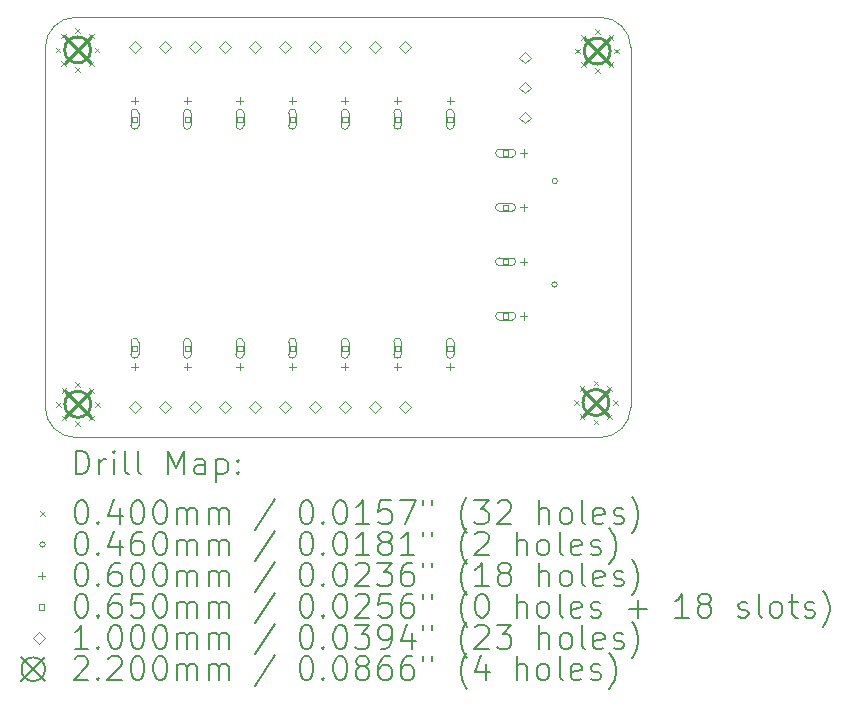
<source format=gbr>
%TF.GenerationSoftware,KiCad,Pcbnew,8.0.4*%
%TF.CreationDate,2024-07-23T12:10:29-05:00*%
%TF.ProjectId,sa8x8-breakout,73613878-382d-4627-9265-616b6f75742e,rev?*%
%TF.SameCoordinates,Original*%
%TF.FileFunction,Drillmap*%
%TF.FilePolarity,Positive*%
%FSLAX45Y45*%
G04 Gerber Fmt 4.5, Leading zero omitted, Abs format (unit mm)*
G04 Created by KiCad (PCBNEW 8.0.4) date 2024-07-23 12:10:29*
%MOMM*%
%LPD*%
G01*
G04 APERTURE LIST*
%ADD10C,0.050000*%
%ADD11C,0.200000*%
%ADD12C,0.100000*%
%ADD13C,0.220000*%
G04 APERTURE END LIST*
D10*
X12954000Y-10414000D02*
X12954000Y-7366000D01*
X17655306Y-7112000D02*
G75*
G02*
X17909310Y-7366000I4J-254000D01*
G01*
X13207937Y-10668000D02*
G75*
G02*
X12954000Y-10414000I63J254000D01*
G01*
X13208000Y-7112000D02*
X17655306Y-7112000D01*
X17909306Y-10414000D02*
G75*
G02*
X17655306Y-10668006I-254006J0D01*
G01*
X12954000Y-7366000D02*
G75*
G02*
X13208000Y-7112000I254000J0D01*
G01*
X17655306Y-10668000D02*
X13207937Y-10668000D01*
X17909306Y-10414000D02*
X17909306Y-7366000D01*
D11*
D12*
X13041546Y-7366971D02*
X13081546Y-7406971D01*
X13081546Y-7366971D02*
X13041546Y-7406971D01*
X13043759Y-10367908D02*
X13083759Y-10407908D01*
X13083759Y-10367908D02*
X13043759Y-10407908D01*
X13089874Y-7250299D02*
X13129874Y-7290299D01*
X13129874Y-7250299D02*
X13089874Y-7290299D01*
X13089874Y-7483644D02*
X13129874Y-7523644D01*
X13129874Y-7483644D02*
X13089874Y-7523644D01*
X13092087Y-10251235D02*
X13132087Y-10291235D01*
X13132087Y-10251235D02*
X13092087Y-10291235D01*
X13092087Y-10484581D02*
X13132087Y-10524581D01*
X13132087Y-10484581D02*
X13092087Y-10524581D01*
X13206546Y-7201971D02*
X13246546Y-7241971D01*
X13246546Y-7201971D02*
X13206546Y-7241971D01*
X13206546Y-7531971D02*
X13246546Y-7571971D01*
X13246546Y-7531971D02*
X13206546Y-7571971D01*
X13208759Y-10202908D02*
X13248759Y-10242908D01*
X13248759Y-10202908D02*
X13208759Y-10242908D01*
X13208759Y-10532908D02*
X13248759Y-10572908D01*
X13248759Y-10532908D02*
X13208759Y-10572908D01*
X13323219Y-7250299D02*
X13363219Y-7290299D01*
X13363219Y-7250299D02*
X13323219Y-7290299D01*
X13323219Y-7483644D02*
X13363219Y-7523644D01*
X13363219Y-7483644D02*
X13323219Y-7523644D01*
X13325432Y-10251235D02*
X13365432Y-10291235D01*
X13365432Y-10251235D02*
X13325432Y-10291235D01*
X13325432Y-10484581D02*
X13365432Y-10524581D01*
X13365432Y-10484581D02*
X13325432Y-10524581D01*
X13371546Y-7366971D02*
X13411546Y-7406971D01*
X13411546Y-7366971D02*
X13371546Y-7406971D01*
X13373759Y-10367908D02*
X13413759Y-10407908D01*
X13413759Y-10367908D02*
X13373759Y-10407908D01*
X17430000Y-10352819D02*
X17470000Y-10392819D01*
X17470000Y-10352819D02*
X17430000Y-10392819D01*
X17440699Y-7377201D02*
X17480699Y-7417201D01*
X17480699Y-7377201D02*
X17440699Y-7417201D01*
X17478327Y-10236147D02*
X17518327Y-10276147D01*
X17518327Y-10236147D02*
X17478327Y-10276147D01*
X17478327Y-10469492D02*
X17518327Y-10509492D01*
X17518327Y-10469492D02*
X17478327Y-10509492D01*
X17489026Y-7260529D02*
X17529026Y-7300529D01*
X17529026Y-7260529D02*
X17489026Y-7300529D01*
X17489026Y-7493874D02*
X17529026Y-7533874D01*
X17529026Y-7493874D02*
X17489026Y-7533874D01*
X17595000Y-10187819D02*
X17635000Y-10227819D01*
X17635000Y-10187819D02*
X17595000Y-10227819D01*
X17595000Y-10517819D02*
X17635000Y-10557819D01*
X17635000Y-10517819D02*
X17595000Y-10557819D01*
X17605699Y-7212201D02*
X17645699Y-7252201D01*
X17645699Y-7212201D02*
X17605699Y-7252201D01*
X17605699Y-7542201D02*
X17645699Y-7582201D01*
X17645699Y-7542201D02*
X17605699Y-7582201D01*
X17711673Y-10236147D02*
X17751673Y-10276147D01*
X17751673Y-10236147D02*
X17711673Y-10276147D01*
X17711673Y-10469492D02*
X17751673Y-10509492D01*
X17751673Y-10469492D02*
X17711673Y-10509492D01*
X17722371Y-7260529D02*
X17762371Y-7300529D01*
X17762371Y-7260529D02*
X17722371Y-7300529D01*
X17722371Y-7493874D02*
X17762371Y-7533874D01*
X17762371Y-7493874D02*
X17722371Y-7533874D01*
X17760000Y-10352819D02*
X17800000Y-10392819D01*
X17800000Y-10352819D02*
X17760000Y-10392819D01*
X17770699Y-7377201D02*
X17810699Y-7417201D01*
X17810699Y-7377201D02*
X17770699Y-7417201D01*
X17288789Y-8497343D02*
G75*
G02*
X17242789Y-8497343I-23000J0D01*
G01*
X17242789Y-8497343D02*
G75*
G02*
X17288789Y-8497343I23000J0D01*
G01*
X17288789Y-9373343D02*
G75*
G02*
X17242789Y-9373343I-23000J0D01*
G01*
X17242789Y-9373343D02*
G75*
G02*
X17288789Y-9373343I23000J0D01*
G01*
X13710153Y-10038265D02*
X13710153Y-10098265D01*
X13680153Y-10068265D02*
X13740153Y-10068265D01*
X13710384Y-7789325D02*
X13710384Y-7849325D01*
X13680384Y-7819325D02*
X13740384Y-7819325D01*
X14155153Y-10038265D02*
X14155153Y-10098265D01*
X14125153Y-10068265D02*
X14185153Y-10068265D01*
X14155384Y-7789325D02*
X14155384Y-7849325D01*
X14125384Y-7819325D02*
X14185384Y-7819325D01*
X14600153Y-10038265D02*
X14600153Y-10098265D01*
X14570153Y-10068265D02*
X14630153Y-10068265D01*
X14600384Y-7789325D02*
X14600384Y-7849325D01*
X14570384Y-7819325D02*
X14630384Y-7819325D01*
X15045153Y-10038265D02*
X15045153Y-10098265D01*
X15015153Y-10068265D02*
X15075153Y-10068265D01*
X15045384Y-7789325D02*
X15045384Y-7849325D01*
X15015384Y-7819325D02*
X15075384Y-7819325D01*
X15490153Y-10038265D02*
X15490153Y-10098265D01*
X15460153Y-10068265D02*
X15520153Y-10068265D01*
X15490384Y-7789325D02*
X15490384Y-7849325D01*
X15460384Y-7819325D02*
X15520384Y-7819325D01*
X15935153Y-10038265D02*
X15935153Y-10098265D01*
X15905153Y-10068265D02*
X15965153Y-10068265D01*
X15935384Y-7789325D02*
X15935384Y-7849325D01*
X15905384Y-7819325D02*
X15965384Y-7819325D01*
X16380153Y-10038265D02*
X16380153Y-10098265D01*
X16350153Y-10068265D02*
X16410153Y-10068265D01*
X16380384Y-7789325D02*
X16380384Y-7849325D01*
X16350384Y-7819325D02*
X16410384Y-7819325D01*
X17005053Y-8230142D02*
X17005053Y-8290142D01*
X16975053Y-8260142D02*
X17035053Y-8260142D01*
X17005053Y-8690142D02*
X17005053Y-8750142D01*
X16975053Y-8720142D02*
X17035053Y-8720142D01*
X17005053Y-9150142D02*
X17005053Y-9210142D01*
X16975053Y-9180142D02*
X17035053Y-9180142D01*
X17005053Y-9610142D02*
X17005053Y-9670142D01*
X16975053Y-9640142D02*
X17035053Y-9640142D01*
X13733134Y-9936246D02*
X13733134Y-9890284D01*
X13687171Y-9890284D01*
X13687171Y-9936246D01*
X13733134Y-9936246D01*
X13742653Y-9965765D02*
X13742653Y-9860765D01*
X13677653Y-9860765D02*
G75*
G02*
X13742653Y-9860765I32500J0D01*
G01*
X13677653Y-9860765D02*
X13677653Y-9965765D01*
X13677653Y-9965765D02*
G75*
G03*
X13742653Y-9965765I32500J0D01*
G01*
X13733366Y-7997307D02*
X13733366Y-7951344D01*
X13687403Y-7951344D01*
X13687403Y-7997307D01*
X13733366Y-7997307D01*
X13677884Y-7921825D02*
X13677884Y-8026825D01*
X13742884Y-8026825D02*
G75*
G02*
X13677884Y-8026825I-32500J0D01*
G01*
X13742884Y-8026825D02*
X13742884Y-7921825D01*
X13742884Y-7921825D02*
G75*
G03*
X13677884Y-7921825I-32500J0D01*
G01*
X14178134Y-9936246D02*
X14178134Y-9890284D01*
X14132171Y-9890284D01*
X14132171Y-9936246D01*
X14178134Y-9936246D01*
X14187653Y-9965765D02*
X14187653Y-9860765D01*
X14122653Y-9860765D02*
G75*
G02*
X14187653Y-9860765I32500J0D01*
G01*
X14122653Y-9860765D02*
X14122653Y-9965765D01*
X14122653Y-9965765D02*
G75*
G03*
X14187653Y-9965765I32500J0D01*
G01*
X14178366Y-7997307D02*
X14178366Y-7951344D01*
X14132403Y-7951344D01*
X14132403Y-7997307D01*
X14178366Y-7997307D01*
X14122884Y-7921825D02*
X14122884Y-8026825D01*
X14187884Y-8026825D02*
G75*
G02*
X14122884Y-8026825I-32500J0D01*
G01*
X14187884Y-8026825D02*
X14187884Y-7921825D01*
X14187884Y-7921825D02*
G75*
G03*
X14122884Y-7921825I-32500J0D01*
G01*
X14623134Y-9936246D02*
X14623134Y-9890284D01*
X14577171Y-9890284D01*
X14577171Y-9936246D01*
X14623134Y-9936246D01*
X14632653Y-9965765D02*
X14632653Y-9860765D01*
X14567653Y-9860765D02*
G75*
G02*
X14632653Y-9860765I32500J0D01*
G01*
X14567653Y-9860765D02*
X14567653Y-9965765D01*
X14567653Y-9965765D02*
G75*
G03*
X14632653Y-9965765I32500J0D01*
G01*
X14623366Y-7997307D02*
X14623366Y-7951344D01*
X14577403Y-7951344D01*
X14577403Y-7997307D01*
X14623366Y-7997307D01*
X14567884Y-7921825D02*
X14567884Y-8026825D01*
X14632884Y-8026825D02*
G75*
G02*
X14567884Y-8026825I-32500J0D01*
G01*
X14632884Y-8026825D02*
X14632884Y-7921825D01*
X14632884Y-7921825D02*
G75*
G03*
X14567884Y-7921825I-32500J0D01*
G01*
X15068134Y-9936246D02*
X15068134Y-9890284D01*
X15022171Y-9890284D01*
X15022171Y-9936246D01*
X15068134Y-9936246D01*
X15077653Y-9965765D02*
X15077653Y-9860765D01*
X15012653Y-9860765D02*
G75*
G02*
X15077653Y-9860765I32500J0D01*
G01*
X15012653Y-9860765D02*
X15012653Y-9965765D01*
X15012653Y-9965765D02*
G75*
G03*
X15077653Y-9965765I32500J0D01*
G01*
X15068366Y-7997307D02*
X15068366Y-7951344D01*
X15022403Y-7951344D01*
X15022403Y-7997307D01*
X15068366Y-7997307D01*
X15012884Y-7921825D02*
X15012884Y-8026825D01*
X15077884Y-8026825D02*
G75*
G02*
X15012884Y-8026825I-32500J0D01*
G01*
X15077884Y-8026825D02*
X15077884Y-7921825D01*
X15077884Y-7921825D02*
G75*
G03*
X15012884Y-7921825I-32500J0D01*
G01*
X15513134Y-9936246D02*
X15513134Y-9890284D01*
X15467171Y-9890284D01*
X15467171Y-9936246D01*
X15513134Y-9936246D01*
X15522653Y-9965765D02*
X15522653Y-9860765D01*
X15457653Y-9860765D02*
G75*
G02*
X15522653Y-9860765I32500J0D01*
G01*
X15457653Y-9860765D02*
X15457653Y-9965765D01*
X15457653Y-9965765D02*
G75*
G03*
X15522653Y-9965765I32500J0D01*
G01*
X15513366Y-7997307D02*
X15513366Y-7951344D01*
X15467403Y-7951344D01*
X15467403Y-7997307D01*
X15513366Y-7997307D01*
X15457884Y-7921825D02*
X15457884Y-8026825D01*
X15522884Y-8026825D02*
G75*
G02*
X15457884Y-8026825I-32500J0D01*
G01*
X15522884Y-8026825D02*
X15522884Y-7921825D01*
X15522884Y-7921825D02*
G75*
G03*
X15457884Y-7921825I-32500J0D01*
G01*
X15958134Y-9936246D02*
X15958134Y-9890284D01*
X15912171Y-9890284D01*
X15912171Y-9936246D01*
X15958134Y-9936246D01*
X15967653Y-9965765D02*
X15967653Y-9860765D01*
X15902653Y-9860765D02*
G75*
G02*
X15967653Y-9860765I32500J0D01*
G01*
X15902653Y-9860765D02*
X15902653Y-9965765D01*
X15902653Y-9965765D02*
G75*
G03*
X15967653Y-9965765I32500J0D01*
G01*
X15958366Y-7997307D02*
X15958366Y-7951344D01*
X15912403Y-7951344D01*
X15912403Y-7997307D01*
X15958366Y-7997307D01*
X15902884Y-7921825D02*
X15902884Y-8026825D01*
X15967884Y-8026825D02*
G75*
G02*
X15902884Y-8026825I-32500J0D01*
G01*
X15967884Y-8026825D02*
X15967884Y-7921825D01*
X15967884Y-7921825D02*
G75*
G03*
X15902884Y-7921825I-32500J0D01*
G01*
X16403134Y-9936246D02*
X16403134Y-9890284D01*
X16357171Y-9890284D01*
X16357171Y-9936246D01*
X16403134Y-9936246D01*
X16412653Y-9965765D02*
X16412653Y-9860765D01*
X16347653Y-9860765D02*
G75*
G02*
X16412653Y-9860765I32500J0D01*
G01*
X16347653Y-9860765D02*
X16347653Y-9965765D01*
X16347653Y-9965765D02*
G75*
G03*
X16412653Y-9965765I32500J0D01*
G01*
X16403366Y-7997307D02*
X16403366Y-7951344D01*
X16357403Y-7951344D01*
X16357403Y-7997307D01*
X16403366Y-7997307D01*
X16347884Y-7921825D02*
X16347884Y-8026825D01*
X16412884Y-8026825D02*
G75*
G02*
X16347884Y-8026825I-32500J0D01*
G01*
X16412884Y-8026825D02*
X16412884Y-7921825D01*
X16412884Y-7921825D02*
G75*
G03*
X16347884Y-7921825I-32500J0D01*
G01*
X16873035Y-8283123D02*
X16873035Y-8237161D01*
X16827072Y-8237161D01*
X16827072Y-8283123D01*
X16873035Y-8283123D01*
X16902553Y-8227642D02*
X16797553Y-8227642D01*
X16797553Y-8292642D02*
G75*
G02*
X16797553Y-8227642I0J32500D01*
G01*
X16797553Y-8292642D02*
X16902553Y-8292642D01*
X16902553Y-8292642D02*
G75*
G03*
X16902553Y-8227642I0J32500D01*
G01*
X16873035Y-8743123D02*
X16873035Y-8697161D01*
X16827072Y-8697161D01*
X16827072Y-8743123D01*
X16873035Y-8743123D01*
X16902553Y-8687642D02*
X16797553Y-8687642D01*
X16797553Y-8752642D02*
G75*
G02*
X16797553Y-8687642I0J32500D01*
G01*
X16797553Y-8752642D02*
X16902553Y-8752642D01*
X16902553Y-8752642D02*
G75*
G03*
X16902553Y-8687642I0J32500D01*
G01*
X16873035Y-9203123D02*
X16873035Y-9157161D01*
X16827072Y-9157161D01*
X16827072Y-9203123D01*
X16873035Y-9203123D01*
X16902553Y-9147642D02*
X16797553Y-9147642D01*
X16797553Y-9212642D02*
G75*
G02*
X16797553Y-9147642I0J32500D01*
G01*
X16797553Y-9212642D02*
X16902553Y-9212642D01*
X16902553Y-9212642D02*
G75*
G03*
X16902553Y-9147642I0J32500D01*
G01*
X16873035Y-9663123D02*
X16873035Y-9617161D01*
X16827072Y-9617161D01*
X16827072Y-9663123D01*
X16873035Y-9663123D01*
X16902553Y-9607642D02*
X16797553Y-9607642D01*
X16797553Y-9672642D02*
G75*
G02*
X16797553Y-9607642I0J32500D01*
G01*
X16797553Y-9672642D02*
X16902553Y-9672642D01*
X16902553Y-9672642D02*
G75*
G03*
X16902553Y-9607642I0J32500D01*
G01*
X13716000Y-7416000D02*
X13766000Y-7366000D01*
X13716000Y-7316000D01*
X13666000Y-7366000D01*
X13716000Y-7416000D01*
X13716000Y-10464000D02*
X13766000Y-10414000D01*
X13716000Y-10364000D01*
X13666000Y-10414000D01*
X13716000Y-10464000D01*
X13970000Y-7416000D02*
X14020000Y-7366000D01*
X13970000Y-7316000D01*
X13920000Y-7366000D01*
X13970000Y-7416000D01*
X13970000Y-10464000D02*
X14020000Y-10414000D01*
X13970000Y-10364000D01*
X13920000Y-10414000D01*
X13970000Y-10464000D01*
X14224000Y-7416000D02*
X14274000Y-7366000D01*
X14224000Y-7316000D01*
X14174000Y-7366000D01*
X14224000Y-7416000D01*
X14224000Y-10464000D02*
X14274000Y-10414000D01*
X14224000Y-10364000D01*
X14174000Y-10414000D01*
X14224000Y-10464000D01*
X14478000Y-7416000D02*
X14528000Y-7366000D01*
X14478000Y-7316000D01*
X14428000Y-7366000D01*
X14478000Y-7416000D01*
X14478000Y-10464000D02*
X14528000Y-10414000D01*
X14478000Y-10364000D01*
X14428000Y-10414000D01*
X14478000Y-10464000D01*
X14732000Y-7416000D02*
X14782000Y-7366000D01*
X14732000Y-7316000D01*
X14682000Y-7366000D01*
X14732000Y-7416000D01*
X14732000Y-10464000D02*
X14782000Y-10414000D01*
X14732000Y-10364000D01*
X14682000Y-10414000D01*
X14732000Y-10464000D01*
X14986000Y-7416000D02*
X15036000Y-7366000D01*
X14986000Y-7316000D01*
X14936000Y-7366000D01*
X14986000Y-7416000D01*
X14986000Y-10464000D02*
X15036000Y-10414000D01*
X14986000Y-10364000D01*
X14936000Y-10414000D01*
X14986000Y-10464000D01*
X15240000Y-7416000D02*
X15290000Y-7366000D01*
X15240000Y-7316000D01*
X15190000Y-7366000D01*
X15240000Y-7416000D01*
X15240000Y-10464000D02*
X15290000Y-10414000D01*
X15240000Y-10364000D01*
X15190000Y-10414000D01*
X15240000Y-10464000D01*
X15494000Y-7416000D02*
X15544000Y-7366000D01*
X15494000Y-7316000D01*
X15444000Y-7366000D01*
X15494000Y-7416000D01*
X15494000Y-10464000D02*
X15544000Y-10414000D01*
X15494000Y-10364000D01*
X15444000Y-10414000D01*
X15494000Y-10464000D01*
X15748000Y-7416000D02*
X15798000Y-7366000D01*
X15748000Y-7316000D01*
X15698000Y-7366000D01*
X15748000Y-7416000D01*
X15748000Y-10464000D02*
X15798000Y-10414000D01*
X15748000Y-10364000D01*
X15698000Y-10414000D01*
X15748000Y-10464000D01*
X16002000Y-7416000D02*
X16052000Y-7366000D01*
X16002000Y-7316000D01*
X15952000Y-7366000D01*
X16002000Y-7416000D01*
X16002000Y-10464000D02*
X16052000Y-10414000D01*
X16002000Y-10364000D01*
X15952000Y-10414000D01*
X16002000Y-10464000D01*
X17016925Y-7501843D02*
X17066925Y-7451843D01*
X17016925Y-7401843D01*
X16966925Y-7451843D01*
X17016925Y-7501843D01*
X17016925Y-7755843D02*
X17066925Y-7705843D01*
X17016925Y-7655843D01*
X16966925Y-7705843D01*
X17016925Y-7755843D01*
X17016925Y-8009843D02*
X17066925Y-7959843D01*
X17016925Y-7909843D01*
X16966925Y-7959843D01*
X17016925Y-8009843D01*
D13*
X13116546Y-7276971D02*
X13336546Y-7496971D01*
X13336546Y-7276971D02*
X13116546Y-7496971D01*
X13336546Y-7386971D02*
G75*
G02*
X13116546Y-7386971I-110000J0D01*
G01*
X13116546Y-7386971D02*
G75*
G02*
X13336546Y-7386971I110000J0D01*
G01*
X13118759Y-10277908D02*
X13338759Y-10497908D01*
X13338759Y-10277908D02*
X13118759Y-10497908D01*
X13338759Y-10387908D02*
G75*
G02*
X13118759Y-10387908I-110000J0D01*
G01*
X13118759Y-10387908D02*
G75*
G02*
X13338759Y-10387908I110000J0D01*
G01*
X17505000Y-10262819D02*
X17725000Y-10482819D01*
X17725000Y-10262819D02*
X17505000Y-10482819D01*
X17725000Y-10372819D02*
G75*
G02*
X17505000Y-10372819I-110000J0D01*
G01*
X17505000Y-10372819D02*
G75*
G02*
X17725000Y-10372819I110000J0D01*
G01*
X17515699Y-7287201D02*
X17735699Y-7507201D01*
X17735699Y-7287201D02*
X17515699Y-7507201D01*
X17735699Y-7397201D02*
G75*
G02*
X17515699Y-7397201I-110000J0D01*
G01*
X17515699Y-7397201D02*
G75*
G02*
X17735699Y-7397201I110000J0D01*
G01*
D11*
X13212277Y-10981984D02*
X13212277Y-10781984D01*
X13212277Y-10781984D02*
X13259896Y-10781984D01*
X13259896Y-10781984D02*
X13288467Y-10791508D01*
X13288467Y-10791508D02*
X13307515Y-10810555D01*
X13307515Y-10810555D02*
X13317039Y-10829603D01*
X13317039Y-10829603D02*
X13326562Y-10867698D01*
X13326562Y-10867698D02*
X13326562Y-10896270D01*
X13326562Y-10896270D02*
X13317039Y-10934365D01*
X13317039Y-10934365D02*
X13307515Y-10953412D01*
X13307515Y-10953412D02*
X13288467Y-10972460D01*
X13288467Y-10972460D02*
X13259896Y-10981984D01*
X13259896Y-10981984D02*
X13212277Y-10981984D01*
X13412277Y-10981984D02*
X13412277Y-10848650D01*
X13412277Y-10886746D02*
X13421801Y-10867698D01*
X13421801Y-10867698D02*
X13431324Y-10858174D01*
X13431324Y-10858174D02*
X13450372Y-10848650D01*
X13450372Y-10848650D02*
X13469420Y-10848650D01*
X13536086Y-10981984D02*
X13536086Y-10848650D01*
X13536086Y-10781984D02*
X13526562Y-10791508D01*
X13526562Y-10791508D02*
X13536086Y-10801031D01*
X13536086Y-10801031D02*
X13545610Y-10791508D01*
X13545610Y-10791508D02*
X13536086Y-10781984D01*
X13536086Y-10781984D02*
X13536086Y-10801031D01*
X13659896Y-10981984D02*
X13640848Y-10972460D01*
X13640848Y-10972460D02*
X13631324Y-10953412D01*
X13631324Y-10953412D02*
X13631324Y-10781984D01*
X13764658Y-10981984D02*
X13745610Y-10972460D01*
X13745610Y-10972460D02*
X13736086Y-10953412D01*
X13736086Y-10953412D02*
X13736086Y-10781984D01*
X13993229Y-10981984D02*
X13993229Y-10781984D01*
X13993229Y-10781984D02*
X14059896Y-10924841D01*
X14059896Y-10924841D02*
X14126562Y-10781984D01*
X14126562Y-10781984D02*
X14126562Y-10981984D01*
X14307515Y-10981984D02*
X14307515Y-10877222D01*
X14307515Y-10877222D02*
X14297991Y-10858174D01*
X14297991Y-10858174D02*
X14278943Y-10848650D01*
X14278943Y-10848650D02*
X14240848Y-10848650D01*
X14240848Y-10848650D02*
X14221801Y-10858174D01*
X14307515Y-10972460D02*
X14288467Y-10981984D01*
X14288467Y-10981984D02*
X14240848Y-10981984D01*
X14240848Y-10981984D02*
X14221801Y-10972460D01*
X14221801Y-10972460D02*
X14212277Y-10953412D01*
X14212277Y-10953412D02*
X14212277Y-10934365D01*
X14212277Y-10934365D02*
X14221801Y-10915317D01*
X14221801Y-10915317D02*
X14240848Y-10905793D01*
X14240848Y-10905793D02*
X14288467Y-10905793D01*
X14288467Y-10905793D02*
X14307515Y-10896270D01*
X14402753Y-10848650D02*
X14402753Y-11048650D01*
X14402753Y-10858174D02*
X14421801Y-10848650D01*
X14421801Y-10848650D02*
X14459896Y-10848650D01*
X14459896Y-10848650D02*
X14478943Y-10858174D01*
X14478943Y-10858174D02*
X14488467Y-10867698D01*
X14488467Y-10867698D02*
X14497991Y-10886746D01*
X14497991Y-10886746D02*
X14497991Y-10943889D01*
X14497991Y-10943889D02*
X14488467Y-10962936D01*
X14488467Y-10962936D02*
X14478943Y-10972460D01*
X14478943Y-10972460D02*
X14459896Y-10981984D01*
X14459896Y-10981984D02*
X14421801Y-10981984D01*
X14421801Y-10981984D02*
X14402753Y-10972460D01*
X14583705Y-10962936D02*
X14593229Y-10972460D01*
X14593229Y-10972460D02*
X14583705Y-10981984D01*
X14583705Y-10981984D02*
X14574182Y-10972460D01*
X14574182Y-10972460D02*
X14583705Y-10962936D01*
X14583705Y-10962936D02*
X14583705Y-10981984D01*
X14583705Y-10858174D02*
X14593229Y-10867698D01*
X14593229Y-10867698D02*
X14583705Y-10877222D01*
X14583705Y-10877222D02*
X14574182Y-10867698D01*
X14574182Y-10867698D02*
X14583705Y-10858174D01*
X14583705Y-10858174D02*
X14583705Y-10877222D01*
D12*
X12911500Y-11290500D02*
X12951500Y-11330500D01*
X12951500Y-11290500D02*
X12911500Y-11330500D01*
D11*
X13250372Y-11201984D02*
X13269420Y-11201984D01*
X13269420Y-11201984D02*
X13288467Y-11211508D01*
X13288467Y-11211508D02*
X13297991Y-11221031D01*
X13297991Y-11221031D02*
X13307515Y-11240079D01*
X13307515Y-11240079D02*
X13317039Y-11278174D01*
X13317039Y-11278174D02*
X13317039Y-11325793D01*
X13317039Y-11325793D02*
X13307515Y-11363888D01*
X13307515Y-11363888D02*
X13297991Y-11382936D01*
X13297991Y-11382936D02*
X13288467Y-11392460D01*
X13288467Y-11392460D02*
X13269420Y-11401984D01*
X13269420Y-11401984D02*
X13250372Y-11401984D01*
X13250372Y-11401984D02*
X13231324Y-11392460D01*
X13231324Y-11392460D02*
X13221801Y-11382936D01*
X13221801Y-11382936D02*
X13212277Y-11363888D01*
X13212277Y-11363888D02*
X13202753Y-11325793D01*
X13202753Y-11325793D02*
X13202753Y-11278174D01*
X13202753Y-11278174D02*
X13212277Y-11240079D01*
X13212277Y-11240079D02*
X13221801Y-11221031D01*
X13221801Y-11221031D02*
X13231324Y-11211508D01*
X13231324Y-11211508D02*
X13250372Y-11201984D01*
X13402753Y-11382936D02*
X13412277Y-11392460D01*
X13412277Y-11392460D02*
X13402753Y-11401984D01*
X13402753Y-11401984D02*
X13393229Y-11392460D01*
X13393229Y-11392460D02*
X13402753Y-11382936D01*
X13402753Y-11382936D02*
X13402753Y-11401984D01*
X13583705Y-11268650D02*
X13583705Y-11401984D01*
X13536086Y-11192460D02*
X13488467Y-11335317D01*
X13488467Y-11335317D02*
X13612277Y-11335317D01*
X13726562Y-11201984D02*
X13745610Y-11201984D01*
X13745610Y-11201984D02*
X13764658Y-11211508D01*
X13764658Y-11211508D02*
X13774182Y-11221031D01*
X13774182Y-11221031D02*
X13783705Y-11240079D01*
X13783705Y-11240079D02*
X13793229Y-11278174D01*
X13793229Y-11278174D02*
X13793229Y-11325793D01*
X13793229Y-11325793D02*
X13783705Y-11363888D01*
X13783705Y-11363888D02*
X13774182Y-11382936D01*
X13774182Y-11382936D02*
X13764658Y-11392460D01*
X13764658Y-11392460D02*
X13745610Y-11401984D01*
X13745610Y-11401984D02*
X13726562Y-11401984D01*
X13726562Y-11401984D02*
X13707515Y-11392460D01*
X13707515Y-11392460D02*
X13697991Y-11382936D01*
X13697991Y-11382936D02*
X13688467Y-11363888D01*
X13688467Y-11363888D02*
X13678943Y-11325793D01*
X13678943Y-11325793D02*
X13678943Y-11278174D01*
X13678943Y-11278174D02*
X13688467Y-11240079D01*
X13688467Y-11240079D02*
X13697991Y-11221031D01*
X13697991Y-11221031D02*
X13707515Y-11211508D01*
X13707515Y-11211508D02*
X13726562Y-11201984D01*
X13917039Y-11201984D02*
X13936086Y-11201984D01*
X13936086Y-11201984D02*
X13955134Y-11211508D01*
X13955134Y-11211508D02*
X13964658Y-11221031D01*
X13964658Y-11221031D02*
X13974182Y-11240079D01*
X13974182Y-11240079D02*
X13983705Y-11278174D01*
X13983705Y-11278174D02*
X13983705Y-11325793D01*
X13983705Y-11325793D02*
X13974182Y-11363888D01*
X13974182Y-11363888D02*
X13964658Y-11382936D01*
X13964658Y-11382936D02*
X13955134Y-11392460D01*
X13955134Y-11392460D02*
X13936086Y-11401984D01*
X13936086Y-11401984D02*
X13917039Y-11401984D01*
X13917039Y-11401984D02*
X13897991Y-11392460D01*
X13897991Y-11392460D02*
X13888467Y-11382936D01*
X13888467Y-11382936D02*
X13878943Y-11363888D01*
X13878943Y-11363888D02*
X13869420Y-11325793D01*
X13869420Y-11325793D02*
X13869420Y-11278174D01*
X13869420Y-11278174D02*
X13878943Y-11240079D01*
X13878943Y-11240079D02*
X13888467Y-11221031D01*
X13888467Y-11221031D02*
X13897991Y-11211508D01*
X13897991Y-11211508D02*
X13917039Y-11201984D01*
X14069420Y-11401984D02*
X14069420Y-11268650D01*
X14069420Y-11287698D02*
X14078943Y-11278174D01*
X14078943Y-11278174D02*
X14097991Y-11268650D01*
X14097991Y-11268650D02*
X14126563Y-11268650D01*
X14126563Y-11268650D02*
X14145610Y-11278174D01*
X14145610Y-11278174D02*
X14155134Y-11297222D01*
X14155134Y-11297222D02*
X14155134Y-11401984D01*
X14155134Y-11297222D02*
X14164658Y-11278174D01*
X14164658Y-11278174D02*
X14183705Y-11268650D01*
X14183705Y-11268650D02*
X14212277Y-11268650D01*
X14212277Y-11268650D02*
X14231324Y-11278174D01*
X14231324Y-11278174D02*
X14240848Y-11297222D01*
X14240848Y-11297222D02*
X14240848Y-11401984D01*
X14336086Y-11401984D02*
X14336086Y-11268650D01*
X14336086Y-11287698D02*
X14345610Y-11278174D01*
X14345610Y-11278174D02*
X14364658Y-11268650D01*
X14364658Y-11268650D02*
X14393229Y-11268650D01*
X14393229Y-11268650D02*
X14412277Y-11278174D01*
X14412277Y-11278174D02*
X14421801Y-11297222D01*
X14421801Y-11297222D02*
X14421801Y-11401984D01*
X14421801Y-11297222D02*
X14431324Y-11278174D01*
X14431324Y-11278174D02*
X14450372Y-11268650D01*
X14450372Y-11268650D02*
X14478943Y-11268650D01*
X14478943Y-11268650D02*
X14497991Y-11278174D01*
X14497991Y-11278174D02*
X14507515Y-11297222D01*
X14507515Y-11297222D02*
X14507515Y-11401984D01*
X14897991Y-11192460D02*
X14726563Y-11449603D01*
X15155134Y-11201984D02*
X15174182Y-11201984D01*
X15174182Y-11201984D02*
X15193229Y-11211508D01*
X15193229Y-11211508D02*
X15202753Y-11221031D01*
X15202753Y-11221031D02*
X15212277Y-11240079D01*
X15212277Y-11240079D02*
X15221801Y-11278174D01*
X15221801Y-11278174D02*
X15221801Y-11325793D01*
X15221801Y-11325793D02*
X15212277Y-11363888D01*
X15212277Y-11363888D02*
X15202753Y-11382936D01*
X15202753Y-11382936D02*
X15193229Y-11392460D01*
X15193229Y-11392460D02*
X15174182Y-11401984D01*
X15174182Y-11401984D02*
X15155134Y-11401984D01*
X15155134Y-11401984D02*
X15136086Y-11392460D01*
X15136086Y-11392460D02*
X15126563Y-11382936D01*
X15126563Y-11382936D02*
X15117039Y-11363888D01*
X15117039Y-11363888D02*
X15107515Y-11325793D01*
X15107515Y-11325793D02*
X15107515Y-11278174D01*
X15107515Y-11278174D02*
X15117039Y-11240079D01*
X15117039Y-11240079D02*
X15126563Y-11221031D01*
X15126563Y-11221031D02*
X15136086Y-11211508D01*
X15136086Y-11211508D02*
X15155134Y-11201984D01*
X15307515Y-11382936D02*
X15317039Y-11392460D01*
X15317039Y-11392460D02*
X15307515Y-11401984D01*
X15307515Y-11401984D02*
X15297991Y-11392460D01*
X15297991Y-11392460D02*
X15307515Y-11382936D01*
X15307515Y-11382936D02*
X15307515Y-11401984D01*
X15440848Y-11201984D02*
X15459896Y-11201984D01*
X15459896Y-11201984D02*
X15478944Y-11211508D01*
X15478944Y-11211508D02*
X15488467Y-11221031D01*
X15488467Y-11221031D02*
X15497991Y-11240079D01*
X15497991Y-11240079D02*
X15507515Y-11278174D01*
X15507515Y-11278174D02*
X15507515Y-11325793D01*
X15507515Y-11325793D02*
X15497991Y-11363888D01*
X15497991Y-11363888D02*
X15488467Y-11382936D01*
X15488467Y-11382936D02*
X15478944Y-11392460D01*
X15478944Y-11392460D02*
X15459896Y-11401984D01*
X15459896Y-11401984D02*
X15440848Y-11401984D01*
X15440848Y-11401984D02*
X15421801Y-11392460D01*
X15421801Y-11392460D02*
X15412277Y-11382936D01*
X15412277Y-11382936D02*
X15402753Y-11363888D01*
X15402753Y-11363888D02*
X15393229Y-11325793D01*
X15393229Y-11325793D02*
X15393229Y-11278174D01*
X15393229Y-11278174D02*
X15402753Y-11240079D01*
X15402753Y-11240079D02*
X15412277Y-11221031D01*
X15412277Y-11221031D02*
X15421801Y-11211508D01*
X15421801Y-11211508D02*
X15440848Y-11201984D01*
X15697991Y-11401984D02*
X15583706Y-11401984D01*
X15640848Y-11401984D02*
X15640848Y-11201984D01*
X15640848Y-11201984D02*
X15621801Y-11230555D01*
X15621801Y-11230555D02*
X15602753Y-11249603D01*
X15602753Y-11249603D02*
X15583706Y-11259127D01*
X15878944Y-11201984D02*
X15783706Y-11201984D01*
X15783706Y-11201984D02*
X15774182Y-11297222D01*
X15774182Y-11297222D02*
X15783706Y-11287698D01*
X15783706Y-11287698D02*
X15802753Y-11278174D01*
X15802753Y-11278174D02*
X15850372Y-11278174D01*
X15850372Y-11278174D02*
X15869420Y-11287698D01*
X15869420Y-11287698D02*
X15878944Y-11297222D01*
X15878944Y-11297222D02*
X15888467Y-11316269D01*
X15888467Y-11316269D02*
X15888467Y-11363888D01*
X15888467Y-11363888D02*
X15878944Y-11382936D01*
X15878944Y-11382936D02*
X15869420Y-11392460D01*
X15869420Y-11392460D02*
X15850372Y-11401984D01*
X15850372Y-11401984D02*
X15802753Y-11401984D01*
X15802753Y-11401984D02*
X15783706Y-11392460D01*
X15783706Y-11392460D02*
X15774182Y-11382936D01*
X15955134Y-11201984D02*
X16088467Y-11201984D01*
X16088467Y-11201984D02*
X16002753Y-11401984D01*
X16155134Y-11201984D02*
X16155134Y-11240079D01*
X16231325Y-11201984D02*
X16231325Y-11240079D01*
X16526563Y-11478174D02*
X16517039Y-11468650D01*
X16517039Y-11468650D02*
X16497991Y-11440079D01*
X16497991Y-11440079D02*
X16488468Y-11421031D01*
X16488468Y-11421031D02*
X16478944Y-11392460D01*
X16478944Y-11392460D02*
X16469420Y-11344841D01*
X16469420Y-11344841D02*
X16469420Y-11306746D01*
X16469420Y-11306746D02*
X16478944Y-11259127D01*
X16478944Y-11259127D02*
X16488468Y-11230555D01*
X16488468Y-11230555D02*
X16497991Y-11211508D01*
X16497991Y-11211508D02*
X16517039Y-11182936D01*
X16517039Y-11182936D02*
X16526563Y-11173412D01*
X16583706Y-11201984D02*
X16707515Y-11201984D01*
X16707515Y-11201984D02*
X16640848Y-11278174D01*
X16640848Y-11278174D02*
X16669420Y-11278174D01*
X16669420Y-11278174D02*
X16688468Y-11287698D01*
X16688468Y-11287698D02*
X16697991Y-11297222D01*
X16697991Y-11297222D02*
X16707515Y-11316269D01*
X16707515Y-11316269D02*
X16707515Y-11363888D01*
X16707515Y-11363888D02*
X16697991Y-11382936D01*
X16697991Y-11382936D02*
X16688468Y-11392460D01*
X16688468Y-11392460D02*
X16669420Y-11401984D01*
X16669420Y-11401984D02*
X16612277Y-11401984D01*
X16612277Y-11401984D02*
X16593229Y-11392460D01*
X16593229Y-11392460D02*
X16583706Y-11382936D01*
X16783706Y-11221031D02*
X16793230Y-11211508D01*
X16793230Y-11211508D02*
X16812277Y-11201984D01*
X16812277Y-11201984D02*
X16859896Y-11201984D01*
X16859896Y-11201984D02*
X16878944Y-11211508D01*
X16878944Y-11211508D02*
X16888468Y-11221031D01*
X16888468Y-11221031D02*
X16897991Y-11240079D01*
X16897991Y-11240079D02*
X16897991Y-11259127D01*
X16897991Y-11259127D02*
X16888468Y-11287698D01*
X16888468Y-11287698D02*
X16774182Y-11401984D01*
X16774182Y-11401984D02*
X16897991Y-11401984D01*
X17136087Y-11401984D02*
X17136087Y-11201984D01*
X17221801Y-11401984D02*
X17221801Y-11297222D01*
X17221801Y-11297222D02*
X17212277Y-11278174D01*
X17212277Y-11278174D02*
X17193230Y-11268650D01*
X17193230Y-11268650D02*
X17164658Y-11268650D01*
X17164658Y-11268650D02*
X17145611Y-11278174D01*
X17145611Y-11278174D02*
X17136087Y-11287698D01*
X17345611Y-11401984D02*
X17326563Y-11392460D01*
X17326563Y-11392460D02*
X17317039Y-11382936D01*
X17317039Y-11382936D02*
X17307515Y-11363888D01*
X17307515Y-11363888D02*
X17307515Y-11306746D01*
X17307515Y-11306746D02*
X17317039Y-11287698D01*
X17317039Y-11287698D02*
X17326563Y-11278174D01*
X17326563Y-11278174D02*
X17345611Y-11268650D01*
X17345611Y-11268650D02*
X17374182Y-11268650D01*
X17374182Y-11268650D02*
X17393230Y-11278174D01*
X17393230Y-11278174D02*
X17402753Y-11287698D01*
X17402753Y-11287698D02*
X17412277Y-11306746D01*
X17412277Y-11306746D02*
X17412277Y-11363888D01*
X17412277Y-11363888D02*
X17402753Y-11382936D01*
X17402753Y-11382936D02*
X17393230Y-11392460D01*
X17393230Y-11392460D02*
X17374182Y-11401984D01*
X17374182Y-11401984D02*
X17345611Y-11401984D01*
X17526563Y-11401984D02*
X17507515Y-11392460D01*
X17507515Y-11392460D02*
X17497992Y-11373412D01*
X17497992Y-11373412D02*
X17497992Y-11201984D01*
X17678944Y-11392460D02*
X17659896Y-11401984D01*
X17659896Y-11401984D02*
X17621801Y-11401984D01*
X17621801Y-11401984D02*
X17602753Y-11392460D01*
X17602753Y-11392460D02*
X17593230Y-11373412D01*
X17593230Y-11373412D02*
X17593230Y-11297222D01*
X17593230Y-11297222D02*
X17602753Y-11278174D01*
X17602753Y-11278174D02*
X17621801Y-11268650D01*
X17621801Y-11268650D02*
X17659896Y-11268650D01*
X17659896Y-11268650D02*
X17678944Y-11278174D01*
X17678944Y-11278174D02*
X17688468Y-11297222D01*
X17688468Y-11297222D02*
X17688468Y-11316269D01*
X17688468Y-11316269D02*
X17593230Y-11335317D01*
X17764658Y-11392460D02*
X17783706Y-11401984D01*
X17783706Y-11401984D02*
X17821801Y-11401984D01*
X17821801Y-11401984D02*
X17840849Y-11392460D01*
X17840849Y-11392460D02*
X17850373Y-11373412D01*
X17850373Y-11373412D02*
X17850373Y-11363888D01*
X17850373Y-11363888D02*
X17840849Y-11344841D01*
X17840849Y-11344841D02*
X17821801Y-11335317D01*
X17821801Y-11335317D02*
X17793230Y-11335317D01*
X17793230Y-11335317D02*
X17774182Y-11325793D01*
X17774182Y-11325793D02*
X17764658Y-11306746D01*
X17764658Y-11306746D02*
X17764658Y-11297222D01*
X17764658Y-11297222D02*
X17774182Y-11278174D01*
X17774182Y-11278174D02*
X17793230Y-11268650D01*
X17793230Y-11268650D02*
X17821801Y-11268650D01*
X17821801Y-11268650D02*
X17840849Y-11278174D01*
X17917039Y-11478174D02*
X17926563Y-11468650D01*
X17926563Y-11468650D02*
X17945611Y-11440079D01*
X17945611Y-11440079D02*
X17955134Y-11421031D01*
X17955134Y-11421031D02*
X17964658Y-11392460D01*
X17964658Y-11392460D02*
X17974182Y-11344841D01*
X17974182Y-11344841D02*
X17974182Y-11306746D01*
X17974182Y-11306746D02*
X17964658Y-11259127D01*
X17964658Y-11259127D02*
X17955134Y-11230555D01*
X17955134Y-11230555D02*
X17945611Y-11211508D01*
X17945611Y-11211508D02*
X17926563Y-11182936D01*
X17926563Y-11182936D02*
X17917039Y-11173412D01*
D12*
X12951500Y-11574500D02*
G75*
G02*
X12905500Y-11574500I-23000J0D01*
G01*
X12905500Y-11574500D02*
G75*
G02*
X12951500Y-11574500I23000J0D01*
G01*
D11*
X13250372Y-11465984D02*
X13269420Y-11465984D01*
X13269420Y-11465984D02*
X13288467Y-11475508D01*
X13288467Y-11475508D02*
X13297991Y-11485031D01*
X13297991Y-11485031D02*
X13307515Y-11504079D01*
X13307515Y-11504079D02*
X13317039Y-11542174D01*
X13317039Y-11542174D02*
X13317039Y-11589793D01*
X13317039Y-11589793D02*
X13307515Y-11627888D01*
X13307515Y-11627888D02*
X13297991Y-11646936D01*
X13297991Y-11646936D02*
X13288467Y-11656460D01*
X13288467Y-11656460D02*
X13269420Y-11665984D01*
X13269420Y-11665984D02*
X13250372Y-11665984D01*
X13250372Y-11665984D02*
X13231324Y-11656460D01*
X13231324Y-11656460D02*
X13221801Y-11646936D01*
X13221801Y-11646936D02*
X13212277Y-11627888D01*
X13212277Y-11627888D02*
X13202753Y-11589793D01*
X13202753Y-11589793D02*
X13202753Y-11542174D01*
X13202753Y-11542174D02*
X13212277Y-11504079D01*
X13212277Y-11504079D02*
X13221801Y-11485031D01*
X13221801Y-11485031D02*
X13231324Y-11475508D01*
X13231324Y-11475508D02*
X13250372Y-11465984D01*
X13402753Y-11646936D02*
X13412277Y-11656460D01*
X13412277Y-11656460D02*
X13402753Y-11665984D01*
X13402753Y-11665984D02*
X13393229Y-11656460D01*
X13393229Y-11656460D02*
X13402753Y-11646936D01*
X13402753Y-11646936D02*
X13402753Y-11665984D01*
X13583705Y-11532650D02*
X13583705Y-11665984D01*
X13536086Y-11456460D02*
X13488467Y-11599317D01*
X13488467Y-11599317D02*
X13612277Y-11599317D01*
X13774182Y-11465984D02*
X13736086Y-11465984D01*
X13736086Y-11465984D02*
X13717039Y-11475508D01*
X13717039Y-11475508D02*
X13707515Y-11485031D01*
X13707515Y-11485031D02*
X13688467Y-11513603D01*
X13688467Y-11513603D02*
X13678943Y-11551698D01*
X13678943Y-11551698D02*
X13678943Y-11627888D01*
X13678943Y-11627888D02*
X13688467Y-11646936D01*
X13688467Y-11646936D02*
X13697991Y-11656460D01*
X13697991Y-11656460D02*
X13717039Y-11665984D01*
X13717039Y-11665984D02*
X13755134Y-11665984D01*
X13755134Y-11665984D02*
X13774182Y-11656460D01*
X13774182Y-11656460D02*
X13783705Y-11646936D01*
X13783705Y-11646936D02*
X13793229Y-11627888D01*
X13793229Y-11627888D02*
X13793229Y-11580269D01*
X13793229Y-11580269D02*
X13783705Y-11561222D01*
X13783705Y-11561222D02*
X13774182Y-11551698D01*
X13774182Y-11551698D02*
X13755134Y-11542174D01*
X13755134Y-11542174D02*
X13717039Y-11542174D01*
X13717039Y-11542174D02*
X13697991Y-11551698D01*
X13697991Y-11551698D02*
X13688467Y-11561222D01*
X13688467Y-11561222D02*
X13678943Y-11580269D01*
X13917039Y-11465984D02*
X13936086Y-11465984D01*
X13936086Y-11465984D02*
X13955134Y-11475508D01*
X13955134Y-11475508D02*
X13964658Y-11485031D01*
X13964658Y-11485031D02*
X13974182Y-11504079D01*
X13974182Y-11504079D02*
X13983705Y-11542174D01*
X13983705Y-11542174D02*
X13983705Y-11589793D01*
X13983705Y-11589793D02*
X13974182Y-11627888D01*
X13974182Y-11627888D02*
X13964658Y-11646936D01*
X13964658Y-11646936D02*
X13955134Y-11656460D01*
X13955134Y-11656460D02*
X13936086Y-11665984D01*
X13936086Y-11665984D02*
X13917039Y-11665984D01*
X13917039Y-11665984D02*
X13897991Y-11656460D01*
X13897991Y-11656460D02*
X13888467Y-11646936D01*
X13888467Y-11646936D02*
X13878943Y-11627888D01*
X13878943Y-11627888D02*
X13869420Y-11589793D01*
X13869420Y-11589793D02*
X13869420Y-11542174D01*
X13869420Y-11542174D02*
X13878943Y-11504079D01*
X13878943Y-11504079D02*
X13888467Y-11485031D01*
X13888467Y-11485031D02*
X13897991Y-11475508D01*
X13897991Y-11475508D02*
X13917039Y-11465984D01*
X14069420Y-11665984D02*
X14069420Y-11532650D01*
X14069420Y-11551698D02*
X14078943Y-11542174D01*
X14078943Y-11542174D02*
X14097991Y-11532650D01*
X14097991Y-11532650D02*
X14126563Y-11532650D01*
X14126563Y-11532650D02*
X14145610Y-11542174D01*
X14145610Y-11542174D02*
X14155134Y-11561222D01*
X14155134Y-11561222D02*
X14155134Y-11665984D01*
X14155134Y-11561222D02*
X14164658Y-11542174D01*
X14164658Y-11542174D02*
X14183705Y-11532650D01*
X14183705Y-11532650D02*
X14212277Y-11532650D01*
X14212277Y-11532650D02*
X14231324Y-11542174D01*
X14231324Y-11542174D02*
X14240848Y-11561222D01*
X14240848Y-11561222D02*
X14240848Y-11665984D01*
X14336086Y-11665984D02*
X14336086Y-11532650D01*
X14336086Y-11551698D02*
X14345610Y-11542174D01*
X14345610Y-11542174D02*
X14364658Y-11532650D01*
X14364658Y-11532650D02*
X14393229Y-11532650D01*
X14393229Y-11532650D02*
X14412277Y-11542174D01*
X14412277Y-11542174D02*
X14421801Y-11561222D01*
X14421801Y-11561222D02*
X14421801Y-11665984D01*
X14421801Y-11561222D02*
X14431324Y-11542174D01*
X14431324Y-11542174D02*
X14450372Y-11532650D01*
X14450372Y-11532650D02*
X14478943Y-11532650D01*
X14478943Y-11532650D02*
X14497991Y-11542174D01*
X14497991Y-11542174D02*
X14507515Y-11561222D01*
X14507515Y-11561222D02*
X14507515Y-11665984D01*
X14897991Y-11456460D02*
X14726563Y-11713603D01*
X15155134Y-11465984D02*
X15174182Y-11465984D01*
X15174182Y-11465984D02*
X15193229Y-11475508D01*
X15193229Y-11475508D02*
X15202753Y-11485031D01*
X15202753Y-11485031D02*
X15212277Y-11504079D01*
X15212277Y-11504079D02*
X15221801Y-11542174D01*
X15221801Y-11542174D02*
X15221801Y-11589793D01*
X15221801Y-11589793D02*
X15212277Y-11627888D01*
X15212277Y-11627888D02*
X15202753Y-11646936D01*
X15202753Y-11646936D02*
X15193229Y-11656460D01*
X15193229Y-11656460D02*
X15174182Y-11665984D01*
X15174182Y-11665984D02*
X15155134Y-11665984D01*
X15155134Y-11665984D02*
X15136086Y-11656460D01*
X15136086Y-11656460D02*
X15126563Y-11646936D01*
X15126563Y-11646936D02*
X15117039Y-11627888D01*
X15117039Y-11627888D02*
X15107515Y-11589793D01*
X15107515Y-11589793D02*
X15107515Y-11542174D01*
X15107515Y-11542174D02*
X15117039Y-11504079D01*
X15117039Y-11504079D02*
X15126563Y-11485031D01*
X15126563Y-11485031D02*
X15136086Y-11475508D01*
X15136086Y-11475508D02*
X15155134Y-11465984D01*
X15307515Y-11646936D02*
X15317039Y-11656460D01*
X15317039Y-11656460D02*
X15307515Y-11665984D01*
X15307515Y-11665984D02*
X15297991Y-11656460D01*
X15297991Y-11656460D02*
X15307515Y-11646936D01*
X15307515Y-11646936D02*
X15307515Y-11665984D01*
X15440848Y-11465984D02*
X15459896Y-11465984D01*
X15459896Y-11465984D02*
X15478944Y-11475508D01*
X15478944Y-11475508D02*
X15488467Y-11485031D01*
X15488467Y-11485031D02*
X15497991Y-11504079D01*
X15497991Y-11504079D02*
X15507515Y-11542174D01*
X15507515Y-11542174D02*
X15507515Y-11589793D01*
X15507515Y-11589793D02*
X15497991Y-11627888D01*
X15497991Y-11627888D02*
X15488467Y-11646936D01*
X15488467Y-11646936D02*
X15478944Y-11656460D01*
X15478944Y-11656460D02*
X15459896Y-11665984D01*
X15459896Y-11665984D02*
X15440848Y-11665984D01*
X15440848Y-11665984D02*
X15421801Y-11656460D01*
X15421801Y-11656460D02*
X15412277Y-11646936D01*
X15412277Y-11646936D02*
X15402753Y-11627888D01*
X15402753Y-11627888D02*
X15393229Y-11589793D01*
X15393229Y-11589793D02*
X15393229Y-11542174D01*
X15393229Y-11542174D02*
X15402753Y-11504079D01*
X15402753Y-11504079D02*
X15412277Y-11485031D01*
X15412277Y-11485031D02*
X15421801Y-11475508D01*
X15421801Y-11475508D02*
X15440848Y-11465984D01*
X15697991Y-11665984D02*
X15583706Y-11665984D01*
X15640848Y-11665984D02*
X15640848Y-11465984D01*
X15640848Y-11465984D02*
X15621801Y-11494555D01*
X15621801Y-11494555D02*
X15602753Y-11513603D01*
X15602753Y-11513603D02*
X15583706Y-11523127D01*
X15812277Y-11551698D02*
X15793229Y-11542174D01*
X15793229Y-11542174D02*
X15783706Y-11532650D01*
X15783706Y-11532650D02*
X15774182Y-11513603D01*
X15774182Y-11513603D02*
X15774182Y-11504079D01*
X15774182Y-11504079D02*
X15783706Y-11485031D01*
X15783706Y-11485031D02*
X15793229Y-11475508D01*
X15793229Y-11475508D02*
X15812277Y-11465984D01*
X15812277Y-11465984D02*
X15850372Y-11465984D01*
X15850372Y-11465984D02*
X15869420Y-11475508D01*
X15869420Y-11475508D02*
X15878944Y-11485031D01*
X15878944Y-11485031D02*
X15888467Y-11504079D01*
X15888467Y-11504079D02*
X15888467Y-11513603D01*
X15888467Y-11513603D02*
X15878944Y-11532650D01*
X15878944Y-11532650D02*
X15869420Y-11542174D01*
X15869420Y-11542174D02*
X15850372Y-11551698D01*
X15850372Y-11551698D02*
X15812277Y-11551698D01*
X15812277Y-11551698D02*
X15793229Y-11561222D01*
X15793229Y-11561222D02*
X15783706Y-11570746D01*
X15783706Y-11570746D02*
X15774182Y-11589793D01*
X15774182Y-11589793D02*
X15774182Y-11627888D01*
X15774182Y-11627888D02*
X15783706Y-11646936D01*
X15783706Y-11646936D02*
X15793229Y-11656460D01*
X15793229Y-11656460D02*
X15812277Y-11665984D01*
X15812277Y-11665984D02*
X15850372Y-11665984D01*
X15850372Y-11665984D02*
X15869420Y-11656460D01*
X15869420Y-11656460D02*
X15878944Y-11646936D01*
X15878944Y-11646936D02*
X15888467Y-11627888D01*
X15888467Y-11627888D02*
X15888467Y-11589793D01*
X15888467Y-11589793D02*
X15878944Y-11570746D01*
X15878944Y-11570746D02*
X15869420Y-11561222D01*
X15869420Y-11561222D02*
X15850372Y-11551698D01*
X16078944Y-11665984D02*
X15964658Y-11665984D01*
X16021801Y-11665984D02*
X16021801Y-11465984D01*
X16021801Y-11465984D02*
X16002753Y-11494555D01*
X16002753Y-11494555D02*
X15983706Y-11513603D01*
X15983706Y-11513603D02*
X15964658Y-11523127D01*
X16155134Y-11465984D02*
X16155134Y-11504079D01*
X16231325Y-11465984D02*
X16231325Y-11504079D01*
X16526563Y-11742174D02*
X16517039Y-11732650D01*
X16517039Y-11732650D02*
X16497991Y-11704079D01*
X16497991Y-11704079D02*
X16488468Y-11685031D01*
X16488468Y-11685031D02*
X16478944Y-11656460D01*
X16478944Y-11656460D02*
X16469420Y-11608841D01*
X16469420Y-11608841D02*
X16469420Y-11570746D01*
X16469420Y-11570746D02*
X16478944Y-11523127D01*
X16478944Y-11523127D02*
X16488468Y-11494555D01*
X16488468Y-11494555D02*
X16497991Y-11475508D01*
X16497991Y-11475508D02*
X16517039Y-11446936D01*
X16517039Y-11446936D02*
X16526563Y-11437412D01*
X16593229Y-11485031D02*
X16602753Y-11475508D01*
X16602753Y-11475508D02*
X16621801Y-11465984D01*
X16621801Y-11465984D02*
X16669420Y-11465984D01*
X16669420Y-11465984D02*
X16688468Y-11475508D01*
X16688468Y-11475508D02*
X16697991Y-11485031D01*
X16697991Y-11485031D02*
X16707515Y-11504079D01*
X16707515Y-11504079D02*
X16707515Y-11523127D01*
X16707515Y-11523127D02*
X16697991Y-11551698D01*
X16697991Y-11551698D02*
X16583706Y-11665984D01*
X16583706Y-11665984D02*
X16707515Y-11665984D01*
X16945611Y-11665984D02*
X16945611Y-11465984D01*
X17031325Y-11665984D02*
X17031325Y-11561222D01*
X17031325Y-11561222D02*
X17021801Y-11542174D01*
X17021801Y-11542174D02*
X17002753Y-11532650D01*
X17002753Y-11532650D02*
X16974182Y-11532650D01*
X16974182Y-11532650D02*
X16955134Y-11542174D01*
X16955134Y-11542174D02*
X16945611Y-11551698D01*
X17155134Y-11665984D02*
X17136087Y-11656460D01*
X17136087Y-11656460D02*
X17126563Y-11646936D01*
X17126563Y-11646936D02*
X17117039Y-11627888D01*
X17117039Y-11627888D02*
X17117039Y-11570746D01*
X17117039Y-11570746D02*
X17126563Y-11551698D01*
X17126563Y-11551698D02*
X17136087Y-11542174D01*
X17136087Y-11542174D02*
X17155134Y-11532650D01*
X17155134Y-11532650D02*
X17183706Y-11532650D01*
X17183706Y-11532650D02*
X17202753Y-11542174D01*
X17202753Y-11542174D02*
X17212277Y-11551698D01*
X17212277Y-11551698D02*
X17221801Y-11570746D01*
X17221801Y-11570746D02*
X17221801Y-11627888D01*
X17221801Y-11627888D02*
X17212277Y-11646936D01*
X17212277Y-11646936D02*
X17202753Y-11656460D01*
X17202753Y-11656460D02*
X17183706Y-11665984D01*
X17183706Y-11665984D02*
X17155134Y-11665984D01*
X17336087Y-11665984D02*
X17317039Y-11656460D01*
X17317039Y-11656460D02*
X17307515Y-11637412D01*
X17307515Y-11637412D02*
X17307515Y-11465984D01*
X17488468Y-11656460D02*
X17469420Y-11665984D01*
X17469420Y-11665984D02*
X17431325Y-11665984D01*
X17431325Y-11665984D02*
X17412277Y-11656460D01*
X17412277Y-11656460D02*
X17402753Y-11637412D01*
X17402753Y-11637412D02*
X17402753Y-11561222D01*
X17402753Y-11561222D02*
X17412277Y-11542174D01*
X17412277Y-11542174D02*
X17431325Y-11532650D01*
X17431325Y-11532650D02*
X17469420Y-11532650D01*
X17469420Y-11532650D02*
X17488468Y-11542174D01*
X17488468Y-11542174D02*
X17497992Y-11561222D01*
X17497992Y-11561222D02*
X17497992Y-11580269D01*
X17497992Y-11580269D02*
X17402753Y-11599317D01*
X17574182Y-11656460D02*
X17593230Y-11665984D01*
X17593230Y-11665984D02*
X17631325Y-11665984D01*
X17631325Y-11665984D02*
X17650373Y-11656460D01*
X17650373Y-11656460D02*
X17659896Y-11637412D01*
X17659896Y-11637412D02*
X17659896Y-11627888D01*
X17659896Y-11627888D02*
X17650373Y-11608841D01*
X17650373Y-11608841D02*
X17631325Y-11599317D01*
X17631325Y-11599317D02*
X17602753Y-11599317D01*
X17602753Y-11599317D02*
X17583706Y-11589793D01*
X17583706Y-11589793D02*
X17574182Y-11570746D01*
X17574182Y-11570746D02*
X17574182Y-11561222D01*
X17574182Y-11561222D02*
X17583706Y-11542174D01*
X17583706Y-11542174D02*
X17602753Y-11532650D01*
X17602753Y-11532650D02*
X17631325Y-11532650D01*
X17631325Y-11532650D02*
X17650373Y-11542174D01*
X17726563Y-11742174D02*
X17736087Y-11732650D01*
X17736087Y-11732650D02*
X17755134Y-11704079D01*
X17755134Y-11704079D02*
X17764658Y-11685031D01*
X17764658Y-11685031D02*
X17774182Y-11656460D01*
X17774182Y-11656460D02*
X17783706Y-11608841D01*
X17783706Y-11608841D02*
X17783706Y-11570746D01*
X17783706Y-11570746D02*
X17774182Y-11523127D01*
X17774182Y-11523127D02*
X17764658Y-11494555D01*
X17764658Y-11494555D02*
X17755134Y-11475508D01*
X17755134Y-11475508D02*
X17736087Y-11446936D01*
X17736087Y-11446936D02*
X17726563Y-11437412D01*
D12*
X12921500Y-11808500D02*
X12921500Y-11868500D01*
X12891500Y-11838500D02*
X12951500Y-11838500D01*
D11*
X13250372Y-11729984D02*
X13269420Y-11729984D01*
X13269420Y-11729984D02*
X13288467Y-11739508D01*
X13288467Y-11739508D02*
X13297991Y-11749031D01*
X13297991Y-11749031D02*
X13307515Y-11768079D01*
X13307515Y-11768079D02*
X13317039Y-11806174D01*
X13317039Y-11806174D02*
X13317039Y-11853793D01*
X13317039Y-11853793D02*
X13307515Y-11891888D01*
X13307515Y-11891888D02*
X13297991Y-11910936D01*
X13297991Y-11910936D02*
X13288467Y-11920460D01*
X13288467Y-11920460D02*
X13269420Y-11929984D01*
X13269420Y-11929984D02*
X13250372Y-11929984D01*
X13250372Y-11929984D02*
X13231324Y-11920460D01*
X13231324Y-11920460D02*
X13221801Y-11910936D01*
X13221801Y-11910936D02*
X13212277Y-11891888D01*
X13212277Y-11891888D02*
X13202753Y-11853793D01*
X13202753Y-11853793D02*
X13202753Y-11806174D01*
X13202753Y-11806174D02*
X13212277Y-11768079D01*
X13212277Y-11768079D02*
X13221801Y-11749031D01*
X13221801Y-11749031D02*
X13231324Y-11739508D01*
X13231324Y-11739508D02*
X13250372Y-11729984D01*
X13402753Y-11910936D02*
X13412277Y-11920460D01*
X13412277Y-11920460D02*
X13402753Y-11929984D01*
X13402753Y-11929984D02*
X13393229Y-11920460D01*
X13393229Y-11920460D02*
X13402753Y-11910936D01*
X13402753Y-11910936D02*
X13402753Y-11929984D01*
X13583705Y-11729984D02*
X13545610Y-11729984D01*
X13545610Y-11729984D02*
X13526562Y-11739508D01*
X13526562Y-11739508D02*
X13517039Y-11749031D01*
X13517039Y-11749031D02*
X13497991Y-11777603D01*
X13497991Y-11777603D02*
X13488467Y-11815698D01*
X13488467Y-11815698D02*
X13488467Y-11891888D01*
X13488467Y-11891888D02*
X13497991Y-11910936D01*
X13497991Y-11910936D02*
X13507515Y-11920460D01*
X13507515Y-11920460D02*
X13526562Y-11929984D01*
X13526562Y-11929984D02*
X13564658Y-11929984D01*
X13564658Y-11929984D02*
X13583705Y-11920460D01*
X13583705Y-11920460D02*
X13593229Y-11910936D01*
X13593229Y-11910936D02*
X13602753Y-11891888D01*
X13602753Y-11891888D02*
X13602753Y-11844269D01*
X13602753Y-11844269D02*
X13593229Y-11825222D01*
X13593229Y-11825222D02*
X13583705Y-11815698D01*
X13583705Y-11815698D02*
X13564658Y-11806174D01*
X13564658Y-11806174D02*
X13526562Y-11806174D01*
X13526562Y-11806174D02*
X13507515Y-11815698D01*
X13507515Y-11815698D02*
X13497991Y-11825222D01*
X13497991Y-11825222D02*
X13488467Y-11844269D01*
X13726562Y-11729984D02*
X13745610Y-11729984D01*
X13745610Y-11729984D02*
X13764658Y-11739508D01*
X13764658Y-11739508D02*
X13774182Y-11749031D01*
X13774182Y-11749031D02*
X13783705Y-11768079D01*
X13783705Y-11768079D02*
X13793229Y-11806174D01*
X13793229Y-11806174D02*
X13793229Y-11853793D01*
X13793229Y-11853793D02*
X13783705Y-11891888D01*
X13783705Y-11891888D02*
X13774182Y-11910936D01*
X13774182Y-11910936D02*
X13764658Y-11920460D01*
X13764658Y-11920460D02*
X13745610Y-11929984D01*
X13745610Y-11929984D02*
X13726562Y-11929984D01*
X13726562Y-11929984D02*
X13707515Y-11920460D01*
X13707515Y-11920460D02*
X13697991Y-11910936D01*
X13697991Y-11910936D02*
X13688467Y-11891888D01*
X13688467Y-11891888D02*
X13678943Y-11853793D01*
X13678943Y-11853793D02*
X13678943Y-11806174D01*
X13678943Y-11806174D02*
X13688467Y-11768079D01*
X13688467Y-11768079D02*
X13697991Y-11749031D01*
X13697991Y-11749031D02*
X13707515Y-11739508D01*
X13707515Y-11739508D02*
X13726562Y-11729984D01*
X13917039Y-11729984D02*
X13936086Y-11729984D01*
X13936086Y-11729984D02*
X13955134Y-11739508D01*
X13955134Y-11739508D02*
X13964658Y-11749031D01*
X13964658Y-11749031D02*
X13974182Y-11768079D01*
X13974182Y-11768079D02*
X13983705Y-11806174D01*
X13983705Y-11806174D02*
X13983705Y-11853793D01*
X13983705Y-11853793D02*
X13974182Y-11891888D01*
X13974182Y-11891888D02*
X13964658Y-11910936D01*
X13964658Y-11910936D02*
X13955134Y-11920460D01*
X13955134Y-11920460D02*
X13936086Y-11929984D01*
X13936086Y-11929984D02*
X13917039Y-11929984D01*
X13917039Y-11929984D02*
X13897991Y-11920460D01*
X13897991Y-11920460D02*
X13888467Y-11910936D01*
X13888467Y-11910936D02*
X13878943Y-11891888D01*
X13878943Y-11891888D02*
X13869420Y-11853793D01*
X13869420Y-11853793D02*
X13869420Y-11806174D01*
X13869420Y-11806174D02*
X13878943Y-11768079D01*
X13878943Y-11768079D02*
X13888467Y-11749031D01*
X13888467Y-11749031D02*
X13897991Y-11739508D01*
X13897991Y-11739508D02*
X13917039Y-11729984D01*
X14069420Y-11929984D02*
X14069420Y-11796650D01*
X14069420Y-11815698D02*
X14078943Y-11806174D01*
X14078943Y-11806174D02*
X14097991Y-11796650D01*
X14097991Y-11796650D02*
X14126563Y-11796650D01*
X14126563Y-11796650D02*
X14145610Y-11806174D01*
X14145610Y-11806174D02*
X14155134Y-11825222D01*
X14155134Y-11825222D02*
X14155134Y-11929984D01*
X14155134Y-11825222D02*
X14164658Y-11806174D01*
X14164658Y-11806174D02*
X14183705Y-11796650D01*
X14183705Y-11796650D02*
X14212277Y-11796650D01*
X14212277Y-11796650D02*
X14231324Y-11806174D01*
X14231324Y-11806174D02*
X14240848Y-11825222D01*
X14240848Y-11825222D02*
X14240848Y-11929984D01*
X14336086Y-11929984D02*
X14336086Y-11796650D01*
X14336086Y-11815698D02*
X14345610Y-11806174D01*
X14345610Y-11806174D02*
X14364658Y-11796650D01*
X14364658Y-11796650D02*
X14393229Y-11796650D01*
X14393229Y-11796650D02*
X14412277Y-11806174D01*
X14412277Y-11806174D02*
X14421801Y-11825222D01*
X14421801Y-11825222D02*
X14421801Y-11929984D01*
X14421801Y-11825222D02*
X14431324Y-11806174D01*
X14431324Y-11806174D02*
X14450372Y-11796650D01*
X14450372Y-11796650D02*
X14478943Y-11796650D01*
X14478943Y-11796650D02*
X14497991Y-11806174D01*
X14497991Y-11806174D02*
X14507515Y-11825222D01*
X14507515Y-11825222D02*
X14507515Y-11929984D01*
X14897991Y-11720460D02*
X14726563Y-11977603D01*
X15155134Y-11729984D02*
X15174182Y-11729984D01*
X15174182Y-11729984D02*
X15193229Y-11739508D01*
X15193229Y-11739508D02*
X15202753Y-11749031D01*
X15202753Y-11749031D02*
X15212277Y-11768079D01*
X15212277Y-11768079D02*
X15221801Y-11806174D01*
X15221801Y-11806174D02*
X15221801Y-11853793D01*
X15221801Y-11853793D02*
X15212277Y-11891888D01*
X15212277Y-11891888D02*
X15202753Y-11910936D01*
X15202753Y-11910936D02*
X15193229Y-11920460D01*
X15193229Y-11920460D02*
X15174182Y-11929984D01*
X15174182Y-11929984D02*
X15155134Y-11929984D01*
X15155134Y-11929984D02*
X15136086Y-11920460D01*
X15136086Y-11920460D02*
X15126563Y-11910936D01*
X15126563Y-11910936D02*
X15117039Y-11891888D01*
X15117039Y-11891888D02*
X15107515Y-11853793D01*
X15107515Y-11853793D02*
X15107515Y-11806174D01*
X15107515Y-11806174D02*
X15117039Y-11768079D01*
X15117039Y-11768079D02*
X15126563Y-11749031D01*
X15126563Y-11749031D02*
X15136086Y-11739508D01*
X15136086Y-11739508D02*
X15155134Y-11729984D01*
X15307515Y-11910936D02*
X15317039Y-11920460D01*
X15317039Y-11920460D02*
X15307515Y-11929984D01*
X15307515Y-11929984D02*
X15297991Y-11920460D01*
X15297991Y-11920460D02*
X15307515Y-11910936D01*
X15307515Y-11910936D02*
X15307515Y-11929984D01*
X15440848Y-11729984D02*
X15459896Y-11729984D01*
X15459896Y-11729984D02*
X15478944Y-11739508D01*
X15478944Y-11739508D02*
X15488467Y-11749031D01*
X15488467Y-11749031D02*
X15497991Y-11768079D01*
X15497991Y-11768079D02*
X15507515Y-11806174D01*
X15507515Y-11806174D02*
X15507515Y-11853793D01*
X15507515Y-11853793D02*
X15497991Y-11891888D01*
X15497991Y-11891888D02*
X15488467Y-11910936D01*
X15488467Y-11910936D02*
X15478944Y-11920460D01*
X15478944Y-11920460D02*
X15459896Y-11929984D01*
X15459896Y-11929984D02*
X15440848Y-11929984D01*
X15440848Y-11929984D02*
X15421801Y-11920460D01*
X15421801Y-11920460D02*
X15412277Y-11910936D01*
X15412277Y-11910936D02*
X15402753Y-11891888D01*
X15402753Y-11891888D02*
X15393229Y-11853793D01*
X15393229Y-11853793D02*
X15393229Y-11806174D01*
X15393229Y-11806174D02*
X15402753Y-11768079D01*
X15402753Y-11768079D02*
X15412277Y-11749031D01*
X15412277Y-11749031D02*
X15421801Y-11739508D01*
X15421801Y-11739508D02*
X15440848Y-11729984D01*
X15583706Y-11749031D02*
X15593229Y-11739508D01*
X15593229Y-11739508D02*
X15612277Y-11729984D01*
X15612277Y-11729984D02*
X15659896Y-11729984D01*
X15659896Y-11729984D02*
X15678944Y-11739508D01*
X15678944Y-11739508D02*
X15688467Y-11749031D01*
X15688467Y-11749031D02*
X15697991Y-11768079D01*
X15697991Y-11768079D02*
X15697991Y-11787127D01*
X15697991Y-11787127D02*
X15688467Y-11815698D01*
X15688467Y-11815698D02*
X15574182Y-11929984D01*
X15574182Y-11929984D02*
X15697991Y-11929984D01*
X15764658Y-11729984D02*
X15888467Y-11729984D01*
X15888467Y-11729984D02*
X15821801Y-11806174D01*
X15821801Y-11806174D02*
X15850372Y-11806174D01*
X15850372Y-11806174D02*
X15869420Y-11815698D01*
X15869420Y-11815698D02*
X15878944Y-11825222D01*
X15878944Y-11825222D02*
X15888467Y-11844269D01*
X15888467Y-11844269D02*
X15888467Y-11891888D01*
X15888467Y-11891888D02*
X15878944Y-11910936D01*
X15878944Y-11910936D02*
X15869420Y-11920460D01*
X15869420Y-11920460D02*
X15850372Y-11929984D01*
X15850372Y-11929984D02*
X15793229Y-11929984D01*
X15793229Y-11929984D02*
X15774182Y-11920460D01*
X15774182Y-11920460D02*
X15764658Y-11910936D01*
X16059896Y-11729984D02*
X16021801Y-11729984D01*
X16021801Y-11729984D02*
X16002753Y-11739508D01*
X16002753Y-11739508D02*
X15993229Y-11749031D01*
X15993229Y-11749031D02*
X15974182Y-11777603D01*
X15974182Y-11777603D02*
X15964658Y-11815698D01*
X15964658Y-11815698D02*
X15964658Y-11891888D01*
X15964658Y-11891888D02*
X15974182Y-11910936D01*
X15974182Y-11910936D02*
X15983706Y-11920460D01*
X15983706Y-11920460D02*
X16002753Y-11929984D01*
X16002753Y-11929984D02*
X16040848Y-11929984D01*
X16040848Y-11929984D02*
X16059896Y-11920460D01*
X16059896Y-11920460D02*
X16069420Y-11910936D01*
X16069420Y-11910936D02*
X16078944Y-11891888D01*
X16078944Y-11891888D02*
X16078944Y-11844269D01*
X16078944Y-11844269D02*
X16069420Y-11825222D01*
X16069420Y-11825222D02*
X16059896Y-11815698D01*
X16059896Y-11815698D02*
X16040848Y-11806174D01*
X16040848Y-11806174D02*
X16002753Y-11806174D01*
X16002753Y-11806174D02*
X15983706Y-11815698D01*
X15983706Y-11815698D02*
X15974182Y-11825222D01*
X15974182Y-11825222D02*
X15964658Y-11844269D01*
X16155134Y-11729984D02*
X16155134Y-11768079D01*
X16231325Y-11729984D02*
X16231325Y-11768079D01*
X16526563Y-12006174D02*
X16517039Y-11996650D01*
X16517039Y-11996650D02*
X16497991Y-11968079D01*
X16497991Y-11968079D02*
X16488468Y-11949031D01*
X16488468Y-11949031D02*
X16478944Y-11920460D01*
X16478944Y-11920460D02*
X16469420Y-11872841D01*
X16469420Y-11872841D02*
X16469420Y-11834746D01*
X16469420Y-11834746D02*
X16478944Y-11787127D01*
X16478944Y-11787127D02*
X16488468Y-11758555D01*
X16488468Y-11758555D02*
X16497991Y-11739508D01*
X16497991Y-11739508D02*
X16517039Y-11710936D01*
X16517039Y-11710936D02*
X16526563Y-11701412D01*
X16707515Y-11929984D02*
X16593229Y-11929984D01*
X16650372Y-11929984D02*
X16650372Y-11729984D01*
X16650372Y-11729984D02*
X16631325Y-11758555D01*
X16631325Y-11758555D02*
X16612277Y-11777603D01*
X16612277Y-11777603D02*
X16593229Y-11787127D01*
X16821801Y-11815698D02*
X16802753Y-11806174D01*
X16802753Y-11806174D02*
X16793230Y-11796650D01*
X16793230Y-11796650D02*
X16783706Y-11777603D01*
X16783706Y-11777603D02*
X16783706Y-11768079D01*
X16783706Y-11768079D02*
X16793230Y-11749031D01*
X16793230Y-11749031D02*
X16802753Y-11739508D01*
X16802753Y-11739508D02*
X16821801Y-11729984D01*
X16821801Y-11729984D02*
X16859896Y-11729984D01*
X16859896Y-11729984D02*
X16878944Y-11739508D01*
X16878944Y-11739508D02*
X16888468Y-11749031D01*
X16888468Y-11749031D02*
X16897991Y-11768079D01*
X16897991Y-11768079D02*
X16897991Y-11777603D01*
X16897991Y-11777603D02*
X16888468Y-11796650D01*
X16888468Y-11796650D02*
X16878944Y-11806174D01*
X16878944Y-11806174D02*
X16859896Y-11815698D01*
X16859896Y-11815698D02*
X16821801Y-11815698D01*
X16821801Y-11815698D02*
X16802753Y-11825222D01*
X16802753Y-11825222D02*
X16793230Y-11834746D01*
X16793230Y-11834746D02*
X16783706Y-11853793D01*
X16783706Y-11853793D02*
X16783706Y-11891888D01*
X16783706Y-11891888D02*
X16793230Y-11910936D01*
X16793230Y-11910936D02*
X16802753Y-11920460D01*
X16802753Y-11920460D02*
X16821801Y-11929984D01*
X16821801Y-11929984D02*
X16859896Y-11929984D01*
X16859896Y-11929984D02*
X16878944Y-11920460D01*
X16878944Y-11920460D02*
X16888468Y-11910936D01*
X16888468Y-11910936D02*
X16897991Y-11891888D01*
X16897991Y-11891888D02*
X16897991Y-11853793D01*
X16897991Y-11853793D02*
X16888468Y-11834746D01*
X16888468Y-11834746D02*
X16878944Y-11825222D01*
X16878944Y-11825222D02*
X16859896Y-11815698D01*
X17136087Y-11929984D02*
X17136087Y-11729984D01*
X17221801Y-11929984D02*
X17221801Y-11825222D01*
X17221801Y-11825222D02*
X17212277Y-11806174D01*
X17212277Y-11806174D02*
X17193230Y-11796650D01*
X17193230Y-11796650D02*
X17164658Y-11796650D01*
X17164658Y-11796650D02*
X17145611Y-11806174D01*
X17145611Y-11806174D02*
X17136087Y-11815698D01*
X17345611Y-11929984D02*
X17326563Y-11920460D01*
X17326563Y-11920460D02*
X17317039Y-11910936D01*
X17317039Y-11910936D02*
X17307515Y-11891888D01*
X17307515Y-11891888D02*
X17307515Y-11834746D01*
X17307515Y-11834746D02*
X17317039Y-11815698D01*
X17317039Y-11815698D02*
X17326563Y-11806174D01*
X17326563Y-11806174D02*
X17345611Y-11796650D01*
X17345611Y-11796650D02*
X17374182Y-11796650D01*
X17374182Y-11796650D02*
X17393230Y-11806174D01*
X17393230Y-11806174D02*
X17402753Y-11815698D01*
X17402753Y-11815698D02*
X17412277Y-11834746D01*
X17412277Y-11834746D02*
X17412277Y-11891888D01*
X17412277Y-11891888D02*
X17402753Y-11910936D01*
X17402753Y-11910936D02*
X17393230Y-11920460D01*
X17393230Y-11920460D02*
X17374182Y-11929984D01*
X17374182Y-11929984D02*
X17345611Y-11929984D01*
X17526563Y-11929984D02*
X17507515Y-11920460D01*
X17507515Y-11920460D02*
X17497992Y-11901412D01*
X17497992Y-11901412D02*
X17497992Y-11729984D01*
X17678944Y-11920460D02*
X17659896Y-11929984D01*
X17659896Y-11929984D02*
X17621801Y-11929984D01*
X17621801Y-11929984D02*
X17602753Y-11920460D01*
X17602753Y-11920460D02*
X17593230Y-11901412D01*
X17593230Y-11901412D02*
X17593230Y-11825222D01*
X17593230Y-11825222D02*
X17602753Y-11806174D01*
X17602753Y-11806174D02*
X17621801Y-11796650D01*
X17621801Y-11796650D02*
X17659896Y-11796650D01*
X17659896Y-11796650D02*
X17678944Y-11806174D01*
X17678944Y-11806174D02*
X17688468Y-11825222D01*
X17688468Y-11825222D02*
X17688468Y-11844269D01*
X17688468Y-11844269D02*
X17593230Y-11863317D01*
X17764658Y-11920460D02*
X17783706Y-11929984D01*
X17783706Y-11929984D02*
X17821801Y-11929984D01*
X17821801Y-11929984D02*
X17840849Y-11920460D01*
X17840849Y-11920460D02*
X17850373Y-11901412D01*
X17850373Y-11901412D02*
X17850373Y-11891888D01*
X17850373Y-11891888D02*
X17840849Y-11872841D01*
X17840849Y-11872841D02*
X17821801Y-11863317D01*
X17821801Y-11863317D02*
X17793230Y-11863317D01*
X17793230Y-11863317D02*
X17774182Y-11853793D01*
X17774182Y-11853793D02*
X17764658Y-11834746D01*
X17764658Y-11834746D02*
X17764658Y-11825222D01*
X17764658Y-11825222D02*
X17774182Y-11806174D01*
X17774182Y-11806174D02*
X17793230Y-11796650D01*
X17793230Y-11796650D02*
X17821801Y-11796650D01*
X17821801Y-11796650D02*
X17840849Y-11806174D01*
X17917039Y-12006174D02*
X17926563Y-11996650D01*
X17926563Y-11996650D02*
X17945611Y-11968079D01*
X17945611Y-11968079D02*
X17955134Y-11949031D01*
X17955134Y-11949031D02*
X17964658Y-11920460D01*
X17964658Y-11920460D02*
X17974182Y-11872841D01*
X17974182Y-11872841D02*
X17974182Y-11834746D01*
X17974182Y-11834746D02*
X17964658Y-11787127D01*
X17964658Y-11787127D02*
X17955134Y-11758555D01*
X17955134Y-11758555D02*
X17945611Y-11739508D01*
X17945611Y-11739508D02*
X17926563Y-11710936D01*
X17926563Y-11710936D02*
X17917039Y-11701412D01*
D12*
X12941981Y-12125481D02*
X12941981Y-12079519D01*
X12896019Y-12079519D01*
X12896019Y-12125481D01*
X12941981Y-12125481D01*
D11*
X13250372Y-11993984D02*
X13269420Y-11993984D01*
X13269420Y-11993984D02*
X13288467Y-12003508D01*
X13288467Y-12003508D02*
X13297991Y-12013031D01*
X13297991Y-12013031D02*
X13307515Y-12032079D01*
X13307515Y-12032079D02*
X13317039Y-12070174D01*
X13317039Y-12070174D02*
X13317039Y-12117793D01*
X13317039Y-12117793D02*
X13307515Y-12155888D01*
X13307515Y-12155888D02*
X13297991Y-12174936D01*
X13297991Y-12174936D02*
X13288467Y-12184460D01*
X13288467Y-12184460D02*
X13269420Y-12193984D01*
X13269420Y-12193984D02*
X13250372Y-12193984D01*
X13250372Y-12193984D02*
X13231324Y-12184460D01*
X13231324Y-12184460D02*
X13221801Y-12174936D01*
X13221801Y-12174936D02*
X13212277Y-12155888D01*
X13212277Y-12155888D02*
X13202753Y-12117793D01*
X13202753Y-12117793D02*
X13202753Y-12070174D01*
X13202753Y-12070174D02*
X13212277Y-12032079D01*
X13212277Y-12032079D02*
X13221801Y-12013031D01*
X13221801Y-12013031D02*
X13231324Y-12003508D01*
X13231324Y-12003508D02*
X13250372Y-11993984D01*
X13402753Y-12174936D02*
X13412277Y-12184460D01*
X13412277Y-12184460D02*
X13402753Y-12193984D01*
X13402753Y-12193984D02*
X13393229Y-12184460D01*
X13393229Y-12184460D02*
X13402753Y-12174936D01*
X13402753Y-12174936D02*
X13402753Y-12193984D01*
X13583705Y-11993984D02*
X13545610Y-11993984D01*
X13545610Y-11993984D02*
X13526562Y-12003508D01*
X13526562Y-12003508D02*
X13517039Y-12013031D01*
X13517039Y-12013031D02*
X13497991Y-12041603D01*
X13497991Y-12041603D02*
X13488467Y-12079698D01*
X13488467Y-12079698D02*
X13488467Y-12155888D01*
X13488467Y-12155888D02*
X13497991Y-12174936D01*
X13497991Y-12174936D02*
X13507515Y-12184460D01*
X13507515Y-12184460D02*
X13526562Y-12193984D01*
X13526562Y-12193984D02*
X13564658Y-12193984D01*
X13564658Y-12193984D02*
X13583705Y-12184460D01*
X13583705Y-12184460D02*
X13593229Y-12174936D01*
X13593229Y-12174936D02*
X13602753Y-12155888D01*
X13602753Y-12155888D02*
X13602753Y-12108269D01*
X13602753Y-12108269D02*
X13593229Y-12089222D01*
X13593229Y-12089222D02*
X13583705Y-12079698D01*
X13583705Y-12079698D02*
X13564658Y-12070174D01*
X13564658Y-12070174D02*
X13526562Y-12070174D01*
X13526562Y-12070174D02*
X13507515Y-12079698D01*
X13507515Y-12079698D02*
X13497991Y-12089222D01*
X13497991Y-12089222D02*
X13488467Y-12108269D01*
X13783705Y-11993984D02*
X13688467Y-11993984D01*
X13688467Y-11993984D02*
X13678943Y-12089222D01*
X13678943Y-12089222D02*
X13688467Y-12079698D01*
X13688467Y-12079698D02*
X13707515Y-12070174D01*
X13707515Y-12070174D02*
X13755134Y-12070174D01*
X13755134Y-12070174D02*
X13774182Y-12079698D01*
X13774182Y-12079698D02*
X13783705Y-12089222D01*
X13783705Y-12089222D02*
X13793229Y-12108269D01*
X13793229Y-12108269D02*
X13793229Y-12155888D01*
X13793229Y-12155888D02*
X13783705Y-12174936D01*
X13783705Y-12174936D02*
X13774182Y-12184460D01*
X13774182Y-12184460D02*
X13755134Y-12193984D01*
X13755134Y-12193984D02*
X13707515Y-12193984D01*
X13707515Y-12193984D02*
X13688467Y-12184460D01*
X13688467Y-12184460D02*
X13678943Y-12174936D01*
X13917039Y-11993984D02*
X13936086Y-11993984D01*
X13936086Y-11993984D02*
X13955134Y-12003508D01*
X13955134Y-12003508D02*
X13964658Y-12013031D01*
X13964658Y-12013031D02*
X13974182Y-12032079D01*
X13974182Y-12032079D02*
X13983705Y-12070174D01*
X13983705Y-12070174D02*
X13983705Y-12117793D01*
X13983705Y-12117793D02*
X13974182Y-12155888D01*
X13974182Y-12155888D02*
X13964658Y-12174936D01*
X13964658Y-12174936D02*
X13955134Y-12184460D01*
X13955134Y-12184460D02*
X13936086Y-12193984D01*
X13936086Y-12193984D02*
X13917039Y-12193984D01*
X13917039Y-12193984D02*
X13897991Y-12184460D01*
X13897991Y-12184460D02*
X13888467Y-12174936D01*
X13888467Y-12174936D02*
X13878943Y-12155888D01*
X13878943Y-12155888D02*
X13869420Y-12117793D01*
X13869420Y-12117793D02*
X13869420Y-12070174D01*
X13869420Y-12070174D02*
X13878943Y-12032079D01*
X13878943Y-12032079D02*
X13888467Y-12013031D01*
X13888467Y-12013031D02*
X13897991Y-12003508D01*
X13897991Y-12003508D02*
X13917039Y-11993984D01*
X14069420Y-12193984D02*
X14069420Y-12060650D01*
X14069420Y-12079698D02*
X14078943Y-12070174D01*
X14078943Y-12070174D02*
X14097991Y-12060650D01*
X14097991Y-12060650D02*
X14126563Y-12060650D01*
X14126563Y-12060650D02*
X14145610Y-12070174D01*
X14145610Y-12070174D02*
X14155134Y-12089222D01*
X14155134Y-12089222D02*
X14155134Y-12193984D01*
X14155134Y-12089222D02*
X14164658Y-12070174D01*
X14164658Y-12070174D02*
X14183705Y-12060650D01*
X14183705Y-12060650D02*
X14212277Y-12060650D01*
X14212277Y-12060650D02*
X14231324Y-12070174D01*
X14231324Y-12070174D02*
X14240848Y-12089222D01*
X14240848Y-12089222D02*
X14240848Y-12193984D01*
X14336086Y-12193984D02*
X14336086Y-12060650D01*
X14336086Y-12079698D02*
X14345610Y-12070174D01*
X14345610Y-12070174D02*
X14364658Y-12060650D01*
X14364658Y-12060650D02*
X14393229Y-12060650D01*
X14393229Y-12060650D02*
X14412277Y-12070174D01*
X14412277Y-12070174D02*
X14421801Y-12089222D01*
X14421801Y-12089222D02*
X14421801Y-12193984D01*
X14421801Y-12089222D02*
X14431324Y-12070174D01*
X14431324Y-12070174D02*
X14450372Y-12060650D01*
X14450372Y-12060650D02*
X14478943Y-12060650D01*
X14478943Y-12060650D02*
X14497991Y-12070174D01*
X14497991Y-12070174D02*
X14507515Y-12089222D01*
X14507515Y-12089222D02*
X14507515Y-12193984D01*
X14897991Y-11984460D02*
X14726563Y-12241603D01*
X15155134Y-11993984D02*
X15174182Y-11993984D01*
X15174182Y-11993984D02*
X15193229Y-12003508D01*
X15193229Y-12003508D02*
X15202753Y-12013031D01*
X15202753Y-12013031D02*
X15212277Y-12032079D01*
X15212277Y-12032079D02*
X15221801Y-12070174D01*
X15221801Y-12070174D02*
X15221801Y-12117793D01*
X15221801Y-12117793D02*
X15212277Y-12155888D01*
X15212277Y-12155888D02*
X15202753Y-12174936D01*
X15202753Y-12174936D02*
X15193229Y-12184460D01*
X15193229Y-12184460D02*
X15174182Y-12193984D01*
X15174182Y-12193984D02*
X15155134Y-12193984D01*
X15155134Y-12193984D02*
X15136086Y-12184460D01*
X15136086Y-12184460D02*
X15126563Y-12174936D01*
X15126563Y-12174936D02*
X15117039Y-12155888D01*
X15117039Y-12155888D02*
X15107515Y-12117793D01*
X15107515Y-12117793D02*
X15107515Y-12070174D01*
X15107515Y-12070174D02*
X15117039Y-12032079D01*
X15117039Y-12032079D02*
X15126563Y-12013031D01*
X15126563Y-12013031D02*
X15136086Y-12003508D01*
X15136086Y-12003508D02*
X15155134Y-11993984D01*
X15307515Y-12174936D02*
X15317039Y-12184460D01*
X15317039Y-12184460D02*
X15307515Y-12193984D01*
X15307515Y-12193984D02*
X15297991Y-12184460D01*
X15297991Y-12184460D02*
X15307515Y-12174936D01*
X15307515Y-12174936D02*
X15307515Y-12193984D01*
X15440848Y-11993984D02*
X15459896Y-11993984D01*
X15459896Y-11993984D02*
X15478944Y-12003508D01*
X15478944Y-12003508D02*
X15488467Y-12013031D01*
X15488467Y-12013031D02*
X15497991Y-12032079D01*
X15497991Y-12032079D02*
X15507515Y-12070174D01*
X15507515Y-12070174D02*
X15507515Y-12117793D01*
X15507515Y-12117793D02*
X15497991Y-12155888D01*
X15497991Y-12155888D02*
X15488467Y-12174936D01*
X15488467Y-12174936D02*
X15478944Y-12184460D01*
X15478944Y-12184460D02*
X15459896Y-12193984D01*
X15459896Y-12193984D02*
X15440848Y-12193984D01*
X15440848Y-12193984D02*
X15421801Y-12184460D01*
X15421801Y-12184460D02*
X15412277Y-12174936D01*
X15412277Y-12174936D02*
X15402753Y-12155888D01*
X15402753Y-12155888D02*
X15393229Y-12117793D01*
X15393229Y-12117793D02*
X15393229Y-12070174D01*
X15393229Y-12070174D02*
X15402753Y-12032079D01*
X15402753Y-12032079D02*
X15412277Y-12013031D01*
X15412277Y-12013031D02*
X15421801Y-12003508D01*
X15421801Y-12003508D02*
X15440848Y-11993984D01*
X15583706Y-12013031D02*
X15593229Y-12003508D01*
X15593229Y-12003508D02*
X15612277Y-11993984D01*
X15612277Y-11993984D02*
X15659896Y-11993984D01*
X15659896Y-11993984D02*
X15678944Y-12003508D01*
X15678944Y-12003508D02*
X15688467Y-12013031D01*
X15688467Y-12013031D02*
X15697991Y-12032079D01*
X15697991Y-12032079D02*
X15697991Y-12051127D01*
X15697991Y-12051127D02*
X15688467Y-12079698D01*
X15688467Y-12079698D02*
X15574182Y-12193984D01*
X15574182Y-12193984D02*
X15697991Y-12193984D01*
X15878944Y-11993984D02*
X15783706Y-11993984D01*
X15783706Y-11993984D02*
X15774182Y-12089222D01*
X15774182Y-12089222D02*
X15783706Y-12079698D01*
X15783706Y-12079698D02*
X15802753Y-12070174D01*
X15802753Y-12070174D02*
X15850372Y-12070174D01*
X15850372Y-12070174D02*
X15869420Y-12079698D01*
X15869420Y-12079698D02*
X15878944Y-12089222D01*
X15878944Y-12089222D02*
X15888467Y-12108269D01*
X15888467Y-12108269D02*
X15888467Y-12155888D01*
X15888467Y-12155888D02*
X15878944Y-12174936D01*
X15878944Y-12174936D02*
X15869420Y-12184460D01*
X15869420Y-12184460D02*
X15850372Y-12193984D01*
X15850372Y-12193984D02*
X15802753Y-12193984D01*
X15802753Y-12193984D02*
X15783706Y-12184460D01*
X15783706Y-12184460D02*
X15774182Y-12174936D01*
X16059896Y-11993984D02*
X16021801Y-11993984D01*
X16021801Y-11993984D02*
X16002753Y-12003508D01*
X16002753Y-12003508D02*
X15993229Y-12013031D01*
X15993229Y-12013031D02*
X15974182Y-12041603D01*
X15974182Y-12041603D02*
X15964658Y-12079698D01*
X15964658Y-12079698D02*
X15964658Y-12155888D01*
X15964658Y-12155888D02*
X15974182Y-12174936D01*
X15974182Y-12174936D02*
X15983706Y-12184460D01*
X15983706Y-12184460D02*
X16002753Y-12193984D01*
X16002753Y-12193984D02*
X16040848Y-12193984D01*
X16040848Y-12193984D02*
X16059896Y-12184460D01*
X16059896Y-12184460D02*
X16069420Y-12174936D01*
X16069420Y-12174936D02*
X16078944Y-12155888D01*
X16078944Y-12155888D02*
X16078944Y-12108269D01*
X16078944Y-12108269D02*
X16069420Y-12089222D01*
X16069420Y-12089222D02*
X16059896Y-12079698D01*
X16059896Y-12079698D02*
X16040848Y-12070174D01*
X16040848Y-12070174D02*
X16002753Y-12070174D01*
X16002753Y-12070174D02*
X15983706Y-12079698D01*
X15983706Y-12079698D02*
X15974182Y-12089222D01*
X15974182Y-12089222D02*
X15964658Y-12108269D01*
X16155134Y-11993984D02*
X16155134Y-12032079D01*
X16231325Y-11993984D02*
X16231325Y-12032079D01*
X16526563Y-12270174D02*
X16517039Y-12260650D01*
X16517039Y-12260650D02*
X16497991Y-12232079D01*
X16497991Y-12232079D02*
X16488468Y-12213031D01*
X16488468Y-12213031D02*
X16478944Y-12184460D01*
X16478944Y-12184460D02*
X16469420Y-12136841D01*
X16469420Y-12136841D02*
X16469420Y-12098746D01*
X16469420Y-12098746D02*
X16478944Y-12051127D01*
X16478944Y-12051127D02*
X16488468Y-12022555D01*
X16488468Y-12022555D02*
X16497991Y-12003508D01*
X16497991Y-12003508D02*
X16517039Y-11974936D01*
X16517039Y-11974936D02*
X16526563Y-11965412D01*
X16640848Y-11993984D02*
X16659896Y-11993984D01*
X16659896Y-11993984D02*
X16678944Y-12003508D01*
X16678944Y-12003508D02*
X16688468Y-12013031D01*
X16688468Y-12013031D02*
X16697991Y-12032079D01*
X16697991Y-12032079D02*
X16707515Y-12070174D01*
X16707515Y-12070174D02*
X16707515Y-12117793D01*
X16707515Y-12117793D02*
X16697991Y-12155888D01*
X16697991Y-12155888D02*
X16688468Y-12174936D01*
X16688468Y-12174936D02*
X16678944Y-12184460D01*
X16678944Y-12184460D02*
X16659896Y-12193984D01*
X16659896Y-12193984D02*
X16640848Y-12193984D01*
X16640848Y-12193984D02*
X16621801Y-12184460D01*
X16621801Y-12184460D02*
X16612277Y-12174936D01*
X16612277Y-12174936D02*
X16602753Y-12155888D01*
X16602753Y-12155888D02*
X16593229Y-12117793D01*
X16593229Y-12117793D02*
X16593229Y-12070174D01*
X16593229Y-12070174D02*
X16602753Y-12032079D01*
X16602753Y-12032079D02*
X16612277Y-12013031D01*
X16612277Y-12013031D02*
X16621801Y-12003508D01*
X16621801Y-12003508D02*
X16640848Y-11993984D01*
X16945611Y-12193984D02*
X16945611Y-11993984D01*
X17031325Y-12193984D02*
X17031325Y-12089222D01*
X17031325Y-12089222D02*
X17021801Y-12070174D01*
X17021801Y-12070174D02*
X17002753Y-12060650D01*
X17002753Y-12060650D02*
X16974182Y-12060650D01*
X16974182Y-12060650D02*
X16955134Y-12070174D01*
X16955134Y-12070174D02*
X16945611Y-12079698D01*
X17155134Y-12193984D02*
X17136087Y-12184460D01*
X17136087Y-12184460D02*
X17126563Y-12174936D01*
X17126563Y-12174936D02*
X17117039Y-12155888D01*
X17117039Y-12155888D02*
X17117039Y-12098746D01*
X17117039Y-12098746D02*
X17126563Y-12079698D01*
X17126563Y-12079698D02*
X17136087Y-12070174D01*
X17136087Y-12070174D02*
X17155134Y-12060650D01*
X17155134Y-12060650D02*
X17183706Y-12060650D01*
X17183706Y-12060650D02*
X17202753Y-12070174D01*
X17202753Y-12070174D02*
X17212277Y-12079698D01*
X17212277Y-12079698D02*
X17221801Y-12098746D01*
X17221801Y-12098746D02*
X17221801Y-12155888D01*
X17221801Y-12155888D02*
X17212277Y-12174936D01*
X17212277Y-12174936D02*
X17202753Y-12184460D01*
X17202753Y-12184460D02*
X17183706Y-12193984D01*
X17183706Y-12193984D02*
X17155134Y-12193984D01*
X17336087Y-12193984D02*
X17317039Y-12184460D01*
X17317039Y-12184460D02*
X17307515Y-12165412D01*
X17307515Y-12165412D02*
X17307515Y-11993984D01*
X17488468Y-12184460D02*
X17469420Y-12193984D01*
X17469420Y-12193984D02*
X17431325Y-12193984D01*
X17431325Y-12193984D02*
X17412277Y-12184460D01*
X17412277Y-12184460D02*
X17402753Y-12165412D01*
X17402753Y-12165412D02*
X17402753Y-12089222D01*
X17402753Y-12089222D02*
X17412277Y-12070174D01*
X17412277Y-12070174D02*
X17431325Y-12060650D01*
X17431325Y-12060650D02*
X17469420Y-12060650D01*
X17469420Y-12060650D02*
X17488468Y-12070174D01*
X17488468Y-12070174D02*
X17497992Y-12089222D01*
X17497992Y-12089222D02*
X17497992Y-12108269D01*
X17497992Y-12108269D02*
X17402753Y-12127317D01*
X17574182Y-12184460D02*
X17593230Y-12193984D01*
X17593230Y-12193984D02*
X17631325Y-12193984D01*
X17631325Y-12193984D02*
X17650373Y-12184460D01*
X17650373Y-12184460D02*
X17659896Y-12165412D01*
X17659896Y-12165412D02*
X17659896Y-12155888D01*
X17659896Y-12155888D02*
X17650373Y-12136841D01*
X17650373Y-12136841D02*
X17631325Y-12127317D01*
X17631325Y-12127317D02*
X17602753Y-12127317D01*
X17602753Y-12127317D02*
X17583706Y-12117793D01*
X17583706Y-12117793D02*
X17574182Y-12098746D01*
X17574182Y-12098746D02*
X17574182Y-12089222D01*
X17574182Y-12089222D02*
X17583706Y-12070174D01*
X17583706Y-12070174D02*
X17602753Y-12060650D01*
X17602753Y-12060650D02*
X17631325Y-12060650D01*
X17631325Y-12060650D02*
X17650373Y-12070174D01*
X17897992Y-12117793D02*
X18050373Y-12117793D01*
X17974182Y-12193984D02*
X17974182Y-12041603D01*
X18402754Y-12193984D02*
X18288468Y-12193984D01*
X18345611Y-12193984D02*
X18345611Y-11993984D01*
X18345611Y-11993984D02*
X18326563Y-12022555D01*
X18326563Y-12022555D02*
X18307515Y-12041603D01*
X18307515Y-12041603D02*
X18288468Y-12051127D01*
X18517039Y-12079698D02*
X18497992Y-12070174D01*
X18497992Y-12070174D02*
X18488468Y-12060650D01*
X18488468Y-12060650D02*
X18478944Y-12041603D01*
X18478944Y-12041603D02*
X18478944Y-12032079D01*
X18478944Y-12032079D02*
X18488468Y-12013031D01*
X18488468Y-12013031D02*
X18497992Y-12003508D01*
X18497992Y-12003508D02*
X18517039Y-11993984D01*
X18517039Y-11993984D02*
X18555135Y-11993984D01*
X18555135Y-11993984D02*
X18574182Y-12003508D01*
X18574182Y-12003508D02*
X18583706Y-12013031D01*
X18583706Y-12013031D02*
X18593230Y-12032079D01*
X18593230Y-12032079D02*
X18593230Y-12041603D01*
X18593230Y-12041603D02*
X18583706Y-12060650D01*
X18583706Y-12060650D02*
X18574182Y-12070174D01*
X18574182Y-12070174D02*
X18555135Y-12079698D01*
X18555135Y-12079698D02*
X18517039Y-12079698D01*
X18517039Y-12079698D02*
X18497992Y-12089222D01*
X18497992Y-12089222D02*
X18488468Y-12098746D01*
X18488468Y-12098746D02*
X18478944Y-12117793D01*
X18478944Y-12117793D02*
X18478944Y-12155888D01*
X18478944Y-12155888D02*
X18488468Y-12174936D01*
X18488468Y-12174936D02*
X18497992Y-12184460D01*
X18497992Y-12184460D02*
X18517039Y-12193984D01*
X18517039Y-12193984D02*
X18555135Y-12193984D01*
X18555135Y-12193984D02*
X18574182Y-12184460D01*
X18574182Y-12184460D02*
X18583706Y-12174936D01*
X18583706Y-12174936D02*
X18593230Y-12155888D01*
X18593230Y-12155888D02*
X18593230Y-12117793D01*
X18593230Y-12117793D02*
X18583706Y-12098746D01*
X18583706Y-12098746D02*
X18574182Y-12089222D01*
X18574182Y-12089222D02*
X18555135Y-12079698D01*
X18821801Y-12184460D02*
X18840849Y-12193984D01*
X18840849Y-12193984D02*
X18878944Y-12193984D01*
X18878944Y-12193984D02*
X18897992Y-12184460D01*
X18897992Y-12184460D02*
X18907516Y-12165412D01*
X18907516Y-12165412D02*
X18907516Y-12155888D01*
X18907516Y-12155888D02*
X18897992Y-12136841D01*
X18897992Y-12136841D02*
X18878944Y-12127317D01*
X18878944Y-12127317D02*
X18850373Y-12127317D01*
X18850373Y-12127317D02*
X18831325Y-12117793D01*
X18831325Y-12117793D02*
X18821801Y-12098746D01*
X18821801Y-12098746D02*
X18821801Y-12089222D01*
X18821801Y-12089222D02*
X18831325Y-12070174D01*
X18831325Y-12070174D02*
X18850373Y-12060650D01*
X18850373Y-12060650D02*
X18878944Y-12060650D01*
X18878944Y-12060650D02*
X18897992Y-12070174D01*
X19021801Y-12193984D02*
X19002754Y-12184460D01*
X19002754Y-12184460D02*
X18993230Y-12165412D01*
X18993230Y-12165412D02*
X18993230Y-11993984D01*
X19126563Y-12193984D02*
X19107516Y-12184460D01*
X19107516Y-12184460D02*
X19097992Y-12174936D01*
X19097992Y-12174936D02*
X19088468Y-12155888D01*
X19088468Y-12155888D02*
X19088468Y-12098746D01*
X19088468Y-12098746D02*
X19097992Y-12079698D01*
X19097992Y-12079698D02*
X19107516Y-12070174D01*
X19107516Y-12070174D02*
X19126563Y-12060650D01*
X19126563Y-12060650D02*
X19155135Y-12060650D01*
X19155135Y-12060650D02*
X19174182Y-12070174D01*
X19174182Y-12070174D02*
X19183706Y-12079698D01*
X19183706Y-12079698D02*
X19193230Y-12098746D01*
X19193230Y-12098746D02*
X19193230Y-12155888D01*
X19193230Y-12155888D02*
X19183706Y-12174936D01*
X19183706Y-12174936D02*
X19174182Y-12184460D01*
X19174182Y-12184460D02*
X19155135Y-12193984D01*
X19155135Y-12193984D02*
X19126563Y-12193984D01*
X19250373Y-12060650D02*
X19326563Y-12060650D01*
X19278944Y-11993984D02*
X19278944Y-12165412D01*
X19278944Y-12165412D02*
X19288468Y-12184460D01*
X19288468Y-12184460D02*
X19307516Y-12193984D01*
X19307516Y-12193984D02*
X19326563Y-12193984D01*
X19383706Y-12184460D02*
X19402754Y-12193984D01*
X19402754Y-12193984D02*
X19440849Y-12193984D01*
X19440849Y-12193984D02*
X19459897Y-12184460D01*
X19459897Y-12184460D02*
X19469420Y-12165412D01*
X19469420Y-12165412D02*
X19469420Y-12155888D01*
X19469420Y-12155888D02*
X19459897Y-12136841D01*
X19459897Y-12136841D02*
X19440849Y-12127317D01*
X19440849Y-12127317D02*
X19412277Y-12127317D01*
X19412277Y-12127317D02*
X19393230Y-12117793D01*
X19393230Y-12117793D02*
X19383706Y-12098746D01*
X19383706Y-12098746D02*
X19383706Y-12089222D01*
X19383706Y-12089222D02*
X19393230Y-12070174D01*
X19393230Y-12070174D02*
X19412277Y-12060650D01*
X19412277Y-12060650D02*
X19440849Y-12060650D01*
X19440849Y-12060650D02*
X19459897Y-12070174D01*
X19536087Y-12270174D02*
X19545611Y-12260650D01*
X19545611Y-12260650D02*
X19564658Y-12232079D01*
X19564658Y-12232079D02*
X19574182Y-12213031D01*
X19574182Y-12213031D02*
X19583706Y-12184460D01*
X19583706Y-12184460D02*
X19593230Y-12136841D01*
X19593230Y-12136841D02*
X19593230Y-12098746D01*
X19593230Y-12098746D02*
X19583706Y-12051127D01*
X19583706Y-12051127D02*
X19574182Y-12022555D01*
X19574182Y-12022555D02*
X19564658Y-12003508D01*
X19564658Y-12003508D02*
X19545611Y-11974936D01*
X19545611Y-11974936D02*
X19536087Y-11965412D01*
D12*
X12901500Y-12416500D02*
X12951500Y-12366500D01*
X12901500Y-12316500D01*
X12851500Y-12366500D01*
X12901500Y-12416500D01*
D11*
X13317039Y-12457984D02*
X13202753Y-12457984D01*
X13259896Y-12457984D02*
X13259896Y-12257984D01*
X13259896Y-12257984D02*
X13240848Y-12286555D01*
X13240848Y-12286555D02*
X13221801Y-12305603D01*
X13221801Y-12305603D02*
X13202753Y-12315127D01*
X13402753Y-12438936D02*
X13412277Y-12448460D01*
X13412277Y-12448460D02*
X13402753Y-12457984D01*
X13402753Y-12457984D02*
X13393229Y-12448460D01*
X13393229Y-12448460D02*
X13402753Y-12438936D01*
X13402753Y-12438936D02*
X13402753Y-12457984D01*
X13536086Y-12257984D02*
X13555134Y-12257984D01*
X13555134Y-12257984D02*
X13574182Y-12267508D01*
X13574182Y-12267508D02*
X13583705Y-12277031D01*
X13583705Y-12277031D02*
X13593229Y-12296079D01*
X13593229Y-12296079D02*
X13602753Y-12334174D01*
X13602753Y-12334174D02*
X13602753Y-12381793D01*
X13602753Y-12381793D02*
X13593229Y-12419888D01*
X13593229Y-12419888D02*
X13583705Y-12438936D01*
X13583705Y-12438936D02*
X13574182Y-12448460D01*
X13574182Y-12448460D02*
X13555134Y-12457984D01*
X13555134Y-12457984D02*
X13536086Y-12457984D01*
X13536086Y-12457984D02*
X13517039Y-12448460D01*
X13517039Y-12448460D02*
X13507515Y-12438936D01*
X13507515Y-12438936D02*
X13497991Y-12419888D01*
X13497991Y-12419888D02*
X13488467Y-12381793D01*
X13488467Y-12381793D02*
X13488467Y-12334174D01*
X13488467Y-12334174D02*
X13497991Y-12296079D01*
X13497991Y-12296079D02*
X13507515Y-12277031D01*
X13507515Y-12277031D02*
X13517039Y-12267508D01*
X13517039Y-12267508D02*
X13536086Y-12257984D01*
X13726562Y-12257984D02*
X13745610Y-12257984D01*
X13745610Y-12257984D02*
X13764658Y-12267508D01*
X13764658Y-12267508D02*
X13774182Y-12277031D01*
X13774182Y-12277031D02*
X13783705Y-12296079D01*
X13783705Y-12296079D02*
X13793229Y-12334174D01*
X13793229Y-12334174D02*
X13793229Y-12381793D01*
X13793229Y-12381793D02*
X13783705Y-12419888D01*
X13783705Y-12419888D02*
X13774182Y-12438936D01*
X13774182Y-12438936D02*
X13764658Y-12448460D01*
X13764658Y-12448460D02*
X13745610Y-12457984D01*
X13745610Y-12457984D02*
X13726562Y-12457984D01*
X13726562Y-12457984D02*
X13707515Y-12448460D01*
X13707515Y-12448460D02*
X13697991Y-12438936D01*
X13697991Y-12438936D02*
X13688467Y-12419888D01*
X13688467Y-12419888D02*
X13678943Y-12381793D01*
X13678943Y-12381793D02*
X13678943Y-12334174D01*
X13678943Y-12334174D02*
X13688467Y-12296079D01*
X13688467Y-12296079D02*
X13697991Y-12277031D01*
X13697991Y-12277031D02*
X13707515Y-12267508D01*
X13707515Y-12267508D02*
X13726562Y-12257984D01*
X13917039Y-12257984D02*
X13936086Y-12257984D01*
X13936086Y-12257984D02*
X13955134Y-12267508D01*
X13955134Y-12267508D02*
X13964658Y-12277031D01*
X13964658Y-12277031D02*
X13974182Y-12296079D01*
X13974182Y-12296079D02*
X13983705Y-12334174D01*
X13983705Y-12334174D02*
X13983705Y-12381793D01*
X13983705Y-12381793D02*
X13974182Y-12419888D01*
X13974182Y-12419888D02*
X13964658Y-12438936D01*
X13964658Y-12438936D02*
X13955134Y-12448460D01*
X13955134Y-12448460D02*
X13936086Y-12457984D01*
X13936086Y-12457984D02*
X13917039Y-12457984D01*
X13917039Y-12457984D02*
X13897991Y-12448460D01*
X13897991Y-12448460D02*
X13888467Y-12438936D01*
X13888467Y-12438936D02*
X13878943Y-12419888D01*
X13878943Y-12419888D02*
X13869420Y-12381793D01*
X13869420Y-12381793D02*
X13869420Y-12334174D01*
X13869420Y-12334174D02*
X13878943Y-12296079D01*
X13878943Y-12296079D02*
X13888467Y-12277031D01*
X13888467Y-12277031D02*
X13897991Y-12267508D01*
X13897991Y-12267508D02*
X13917039Y-12257984D01*
X14069420Y-12457984D02*
X14069420Y-12324650D01*
X14069420Y-12343698D02*
X14078943Y-12334174D01*
X14078943Y-12334174D02*
X14097991Y-12324650D01*
X14097991Y-12324650D02*
X14126563Y-12324650D01*
X14126563Y-12324650D02*
X14145610Y-12334174D01*
X14145610Y-12334174D02*
X14155134Y-12353222D01*
X14155134Y-12353222D02*
X14155134Y-12457984D01*
X14155134Y-12353222D02*
X14164658Y-12334174D01*
X14164658Y-12334174D02*
X14183705Y-12324650D01*
X14183705Y-12324650D02*
X14212277Y-12324650D01*
X14212277Y-12324650D02*
X14231324Y-12334174D01*
X14231324Y-12334174D02*
X14240848Y-12353222D01*
X14240848Y-12353222D02*
X14240848Y-12457984D01*
X14336086Y-12457984D02*
X14336086Y-12324650D01*
X14336086Y-12343698D02*
X14345610Y-12334174D01*
X14345610Y-12334174D02*
X14364658Y-12324650D01*
X14364658Y-12324650D02*
X14393229Y-12324650D01*
X14393229Y-12324650D02*
X14412277Y-12334174D01*
X14412277Y-12334174D02*
X14421801Y-12353222D01*
X14421801Y-12353222D02*
X14421801Y-12457984D01*
X14421801Y-12353222D02*
X14431324Y-12334174D01*
X14431324Y-12334174D02*
X14450372Y-12324650D01*
X14450372Y-12324650D02*
X14478943Y-12324650D01*
X14478943Y-12324650D02*
X14497991Y-12334174D01*
X14497991Y-12334174D02*
X14507515Y-12353222D01*
X14507515Y-12353222D02*
X14507515Y-12457984D01*
X14897991Y-12248460D02*
X14726563Y-12505603D01*
X15155134Y-12257984D02*
X15174182Y-12257984D01*
X15174182Y-12257984D02*
X15193229Y-12267508D01*
X15193229Y-12267508D02*
X15202753Y-12277031D01*
X15202753Y-12277031D02*
X15212277Y-12296079D01*
X15212277Y-12296079D02*
X15221801Y-12334174D01*
X15221801Y-12334174D02*
X15221801Y-12381793D01*
X15221801Y-12381793D02*
X15212277Y-12419888D01*
X15212277Y-12419888D02*
X15202753Y-12438936D01*
X15202753Y-12438936D02*
X15193229Y-12448460D01*
X15193229Y-12448460D02*
X15174182Y-12457984D01*
X15174182Y-12457984D02*
X15155134Y-12457984D01*
X15155134Y-12457984D02*
X15136086Y-12448460D01*
X15136086Y-12448460D02*
X15126563Y-12438936D01*
X15126563Y-12438936D02*
X15117039Y-12419888D01*
X15117039Y-12419888D02*
X15107515Y-12381793D01*
X15107515Y-12381793D02*
X15107515Y-12334174D01*
X15107515Y-12334174D02*
X15117039Y-12296079D01*
X15117039Y-12296079D02*
X15126563Y-12277031D01*
X15126563Y-12277031D02*
X15136086Y-12267508D01*
X15136086Y-12267508D02*
X15155134Y-12257984D01*
X15307515Y-12438936D02*
X15317039Y-12448460D01*
X15317039Y-12448460D02*
X15307515Y-12457984D01*
X15307515Y-12457984D02*
X15297991Y-12448460D01*
X15297991Y-12448460D02*
X15307515Y-12438936D01*
X15307515Y-12438936D02*
X15307515Y-12457984D01*
X15440848Y-12257984D02*
X15459896Y-12257984D01*
X15459896Y-12257984D02*
X15478944Y-12267508D01*
X15478944Y-12267508D02*
X15488467Y-12277031D01*
X15488467Y-12277031D02*
X15497991Y-12296079D01*
X15497991Y-12296079D02*
X15507515Y-12334174D01*
X15507515Y-12334174D02*
X15507515Y-12381793D01*
X15507515Y-12381793D02*
X15497991Y-12419888D01*
X15497991Y-12419888D02*
X15488467Y-12438936D01*
X15488467Y-12438936D02*
X15478944Y-12448460D01*
X15478944Y-12448460D02*
X15459896Y-12457984D01*
X15459896Y-12457984D02*
X15440848Y-12457984D01*
X15440848Y-12457984D02*
X15421801Y-12448460D01*
X15421801Y-12448460D02*
X15412277Y-12438936D01*
X15412277Y-12438936D02*
X15402753Y-12419888D01*
X15402753Y-12419888D02*
X15393229Y-12381793D01*
X15393229Y-12381793D02*
X15393229Y-12334174D01*
X15393229Y-12334174D02*
X15402753Y-12296079D01*
X15402753Y-12296079D02*
X15412277Y-12277031D01*
X15412277Y-12277031D02*
X15421801Y-12267508D01*
X15421801Y-12267508D02*
X15440848Y-12257984D01*
X15574182Y-12257984D02*
X15697991Y-12257984D01*
X15697991Y-12257984D02*
X15631325Y-12334174D01*
X15631325Y-12334174D02*
X15659896Y-12334174D01*
X15659896Y-12334174D02*
X15678944Y-12343698D01*
X15678944Y-12343698D02*
X15688467Y-12353222D01*
X15688467Y-12353222D02*
X15697991Y-12372269D01*
X15697991Y-12372269D02*
X15697991Y-12419888D01*
X15697991Y-12419888D02*
X15688467Y-12438936D01*
X15688467Y-12438936D02*
X15678944Y-12448460D01*
X15678944Y-12448460D02*
X15659896Y-12457984D01*
X15659896Y-12457984D02*
X15602753Y-12457984D01*
X15602753Y-12457984D02*
X15583706Y-12448460D01*
X15583706Y-12448460D02*
X15574182Y-12438936D01*
X15793229Y-12457984D02*
X15831325Y-12457984D01*
X15831325Y-12457984D02*
X15850372Y-12448460D01*
X15850372Y-12448460D02*
X15859896Y-12438936D01*
X15859896Y-12438936D02*
X15878944Y-12410365D01*
X15878944Y-12410365D02*
X15888467Y-12372269D01*
X15888467Y-12372269D02*
X15888467Y-12296079D01*
X15888467Y-12296079D02*
X15878944Y-12277031D01*
X15878944Y-12277031D02*
X15869420Y-12267508D01*
X15869420Y-12267508D02*
X15850372Y-12257984D01*
X15850372Y-12257984D02*
X15812277Y-12257984D01*
X15812277Y-12257984D02*
X15793229Y-12267508D01*
X15793229Y-12267508D02*
X15783706Y-12277031D01*
X15783706Y-12277031D02*
X15774182Y-12296079D01*
X15774182Y-12296079D02*
X15774182Y-12343698D01*
X15774182Y-12343698D02*
X15783706Y-12362746D01*
X15783706Y-12362746D02*
X15793229Y-12372269D01*
X15793229Y-12372269D02*
X15812277Y-12381793D01*
X15812277Y-12381793D02*
X15850372Y-12381793D01*
X15850372Y-12381793D02*
X15869420Y-12372269D01*
X15869420Y-12372269D02*
X15878944Y-12362746D01*
X15878944Y-12362746D02*
X15888467Y-12343698D01*
X16059896Y-12324650D02*
X16059896Y-12457984D01*
X16012277Y-12248460D02*
X15964658Y-12391317D01*
X15964658Y-12391317D02*
X16088467Y-12391317D01*
X16155134Y-12257984D02*
X16155134Y-12296079D01*
X16231325Y-12257984D02*
X16231325Y-12296079D01*
X16526563Y-12534174D02*
X16517039Y-12524650D01*
X16517039Y-12524650D02*
X16497991Y-12496079D01*
X16497991Y-12496079D02*
X16488468Y-12477031D01*
X16488468Y-12477031D02*
X16478944Y-12448460D01*
X16478944Y-12448460D02*
X16469420Y-12400841D01*
X16469420Y-12400841D02*
X16469420Y-12362746D01*
X16469420Y-12362746D02*
X16478944Y-12315127D01*
X16478944Y-12315127D02*
X16488468Y-12286555D01*
X16488468Y-12286555D02*
X16497991Y-12267508D01*
X16497991Y-12267508D02*
X16517039Y-12238936D01*
X16517039Y-12238936D02*
X16526563Y-12229412D01*
X16593229Y-12277031D02*
X16602753Y-12267508D01*
X16602753Y-12267508D02*
X16621801Y-12257984D01*
X16621801Y-12257984D02*
X16669420Y-12257984D01*
X16669420Y-12257984D02*
X16688468Y-12267508D01*
X16688468Y-12267508D02*
X16697991Y-12277031D01*
X16697991Y-12277031D02*
X16707515Y-12296079D01*
X16707515Y-12296079D02*
X16707515Y-12315127D01*
X16707515Y-12315127D02*
X16697991Y-12343698D01*
X16697991Y-12343698D02*
X16583706Y-12457984D01*
X16583706Y-12457984D02*
X16707515Y-12457984D01*
X16774182Y-12257984D02*
X16897991Y-12257984D01*
X16897991Y-12257984D02*
X16831325Y-12334174D01*
X16831325Y-12334174D02*
X16859896Y-12334174D01*
X16859896Y-12334174D02*
X16878944Y-12343698D01*
X16878944Y-12343698D02*
X16888468Y-12353222D01*
X16888468Y-12353222D02*
X16897991Y-12372269D01*
X16897991Y-12372269D02*
X16897991Y-12419888D01*
X16897991Y-12419888D02*
X16888468Y-12438936D01*
X16888468Y-12438936D02*
X16878944Y-12448460D01*
X16878944Y-12448460D02*
X16859896Y-12457984D01*
X16859896Y-12457984D02*
X16802753Y-12457984D01*
X16802753Y-12457984D02*
X16783706Y-12448460D01*
X16783706Y-12448460D02*
X16774182Y-12438936D01*
X17136087Y-12457984D02*
X17136087Y-12257984D01*
X17221801Y-12457984D02*
X17221801Y-12353222D01*
X17221801Y-12353222D02*
X17212277Y-12334174D01*
X17212277Y-12334174D02*
X17193230Y-12324650D01*
X17193230Y-12324650D02*
X17164658Y-12324650D01*
X17164658Y-12324650D02*
X17145611Y-12334174D01*
X17145611Y-12334174D02*
X17136087Y-12343698D01*
X17345611Y-12457984D02*
X17326563Y-12448460D01*
X17326563Y-12448460D02*
X17317039Y-12438936D01*
X17317039Y-12438936D02*
X17307515Y-12419888D01*
X17307515Y-12419888D02*
X17307515Y-12362746D01*
X17307515Y-12362746D02*
X17317039Y-12343698D01*
X17317039Y-12343698D02*
X17326563Y-12334174D01*
X17326563Y-12334174D02*
X17345611Y-12324650D01*
X17345611Y-12324650D02*
X17374182Y-12324650D01*
X17374182Y-12324650D02*
X17393230Y-12334174D01*
X17393230Y-12334174D02*
X17402753Y-12343698D01*
X17402753Y-12343698D02*
X17412277Y-12362746D01*
X17412277Y-12362746D02*
X17412277Y-12419888D01*
X17412277Y-12419888D02*
X17402753Y-12438936D01*
X17402753Y-12438936D02*
X17393230Y-12448460D01*
X17393230Y-12448460D02*
X17374182Y-12457984D01*
X17374182Y-12457984D02*
X17345611Y-12457984D01*
X17526563Y-12457984D02*
X17507515Y-12448460D01*
X17507515Y-12448460D02*
X17497992Y-12429412D01*
X17497992Y-12429412D02*
X17497992Y-12257984D01*
X17678944Y-12448460D02*
X17659896Y-12457984D01*
X17659896Y-12457984D02*
X17621801Y-12457984D01*
X17621801Y-12457984D02*
X17602753Y-12448460D01*
X17602753Y-12448460D02*
X17593230Y-12429412D01*
X17593230Y-12429412D02*
X17593230Y-12353222D01*
X17593230Y-12353222D02*
X17602753Y-12334174D01*
X17602753Y-12334174D02*
X17621801Y-12324650D01*
X17621801Y-12324650D02*
X17659896Y-12324650D01*
X17659896Y-12324650D02*
X17678944Y-12334174D01*
X17678944Y-12334174D02*
X17688468Y-12353222D01*
X17688468Y-12353222D02*
X17688468Y-12372269D01*
X17688468Y-12372269D02*
X17593230Y-12391317D01*
X17764658Y-12448460D02*
X17783706Y-12457984D01*
X17783706Y-12457984D02*
X17821801Y-12457984D01*
X17821801Y-12457984D02*
X17840849Y-12448460D01*
X17840849Y-12448460D02*
X17850373Y-12429412D01*
X17850373Y-12429412D02*
X17850373Y-12419888D01*
X17850373Y-12419888D02*
X17840849Y-12400841D01*
X17840849Y-12400841D02*
X17821801Y-12391317D01*
X17821801Y-12391317D02*
X17793230Y-12391317D01*
X17793230Y-12391317D02*
X17774182Y-12381793D01*
X17774182Y-12381793D02*
X17764658Y-12362746D01*
X17764658Y-12362746D02*
X17764658Y-12353222D01*
X17764658Y-12353222D02*
X17774182Y-12334174D01*
X17774182Y-12334174D02*
X17793230Y-12324650D01*
X17793230Y-12324650D02*
X17821801Y-12324650D01*
X17821801Y-12324650D02*
X17840849Y-12334174D01*
X17917039Y-12534174D02*
X17926563Y-12524650D01*
X17926563Y-12524650D02*
X17945611Y-12496079D01*
X17945611Y-12496079D02*
X17955134Y-12477031D01*
X17955134Y-12477031D02*
X17964658Y-12448460D01*
X17964658Y-12448460D02*
X17974182Y-12400841D01*
X17974182Y-12400841D02*
X17974182Y-12362746D01*
X17974182Y-12362746D02*
X17964658Y-12315127D01*
X17964658Y-12315127D02*
X17955134Y-12286555D01*
X17955134Y-12286555D02*
X17945611Y-12267508D01*
X17945611Y-12267508D02*
X17926563Y-12238936D01*
X17926563Y-12238936D02*
X17917039Y-12229412D01*
X12751500Y-12530500D02*
X12951500Y-12730500D01*
X12951500Y-12530500D02*
X12751500Y-12730500D01*
X12951500Y-12630500D02*
G75*
G02*
X12751500Y-12630500I-100000J0D01*
G01*
X12751500Y-12630500D02*
G75*
G02*
X12951500Y-12630500I100000J0D01*
G01*
X13202753Y-12541031D02*
X13212277Y-12531508D01*
X13212277Y-12531508D02*
X13231324Y-12521984D01*
X13231324Y-12521984D02*
X13278943Y-12521984D01*
X13278943Y-12521984D02*
X13297991Y-12531508D01*
X13297991Y-12531508D02*
X13307515Y-12541031D01*
X13307515Y-12541031D02*
X13317039Y-12560079D01*
X13317039Y-12560079D02*
X13317039Y-12579127D01*
X13317039Y-12579127D02*
X13307515Y-12607698D01*
X13307515Y-12607698D02*
X13193229Y-12721984D01*
X13193229Y-12721984D02*
X13317039Y-12721984D01*
X13402753Y-12702936D02*
X13412277Y-12712460D01*
X13412277Y-12712460D02*
X13402753Y-12721984D01*
X13402753Y-12721984D02*
X13393229Y-12712460D01*
X13393229Y-12712460D02*
X13402753Y-12702936D01*
X13402753Y-12702936D02*
X13402753Y-12721984D01*
X13488467Y-12541031D02*
X13497991Y-12531508D01*
X13497991Y-12531508D02*
X13517039Y-12521984D01*
X13517039Y-12521984D02*
X13564658Y-12521984D01*
X13564658Y-12521984D02*
X13583705Y-12531508D01*
X13583705Y-12531508D02*
X13593229Y-12541031D01*
X13593229Y-12541031D02*
X13602753Y-12560079D01*
X13602753Y-12560079D02*
X13602753Y-12579127D01*
X13602753Y-12579127D02*
X13593229Y-12607698D01*
X13593229Y-12607698D02*
X13478943Y-12721984D01*
X13478943Y-12721984D02*
X13602753Y-12721984D01*
X13726562Y-12521984D02*
X13745610Y-12521984D01*
X13745610Y-12521984D02*
X13764658Y-12531508D01*
X13764658Y-12531508D02*
X13774182Y-12541031D01*
X13774182Y-12541031D02*
X13783705Y-12560079D01*
X13783705Y-12560079D02*
X13793229Y-12598174D01*
X13793229Y-12598174D02*
X13793229Y-12645793D01*
X13793229Y-12645793D02*
X13783705Y-12683888D01*
X13783705Y-12683888D02*
X13774182Y-12702936D01*
X13774182Y-12702936D02*
X13764658Y-12712460D01*
X13764658Y-12712460D02*
X13745610Y-12721984D01*
X13745610Y-12721984D02*
X13726562Y-12721984D01*
X13726562Y-12721984D02*
X13707515Y-12712460D01*
X13707515Y-12712460D02*
X13697991Y-12702936D01*
X13697991Y-12702936D02*
X13688467Y-12683888D01*
X13688467Y-12683888D02*
X13678943Y-12645793D01*
X13678943Y-12645793D02*
X13678943Y-12598174D01*
X13678943Y-12598174D02*
X13688467Y-12560079D01*
X13688467Y-12560079D02*
X13697991Y-12541031D01*
X13697991Y-12541031D02*
X13707515Y-12531508D01*
X13707515Y-12531508D02*
X13726562Y-12521984D01*
X13917039Y-12521984D02*
X13936086Y-12521984D01*
X13936086Y-12521984D02*
X13955134Y-12531508D01*
X13955134Y-12531508D02*
X13964658Y-12541031D01*
X13964658Y-12541031D02*
X13974182Y-12560079D01*
X13974182Y-12560079D02*
X13983705Y-12598174D01*
X13983705Y-12598174D02*
X13983705Y-12645793D01*
X13983705Y-12645793D02*
X13974182Y-12683888D01*
X13974182Y-12683888D02*
X13964658Y-12702936D01*
X13964658Y-12702936D02*
X13955134Y-12712460D01*
X13955134Y-12712460D02*
X13936086Y-12721984D01*
X13936086Y-12721984D02*
X13917039Y-12721984D01*
X13917039Y-12721984D02*
X13897991Y-12712460D01*
X13897991Y-12712460D02*
X13888467Y-12702936D01*
X13888467Y-12702936D02*
X13878943Y-12683888D01*
X13878943Y-12683888D02*
X13869420Y-12645793D01*
X13869420Y-12645793D02*
X13869420Y-12598174D01*
X13869420Y-12598174D02*
X13878943Y-12560079D01*
X13878943Y-12560079D02*
X13888467Y-12541031D01*
X13888467Y-12541031D02*
X13897991Y-12531508D01*
X13897991Y-12531508D02*
X13917039Y-12521984D01*
X14069420Y-12721984D02*
X14069420Y-12588650D01*
X14069420Y-12607698D02*
X14078943Y-12598174D01*
X14078943Y-12598174D02*
X14097991Y-12588650D01*
X14097991Y-12588650D02*
X14126563Y-12588650D01*
X14126563Y-12588650D02*
X14145610Y-12598174D01*
X14145610Y-12598174D02*
X14155134Y-12617222D01*
X14155134Y-12617222D02*
X14155134Y-12721984D01*
X14155134Y-12617222D02*
X14164658Y-12598174D01*
X14164658Y-12598174D02*
X14183705Y-12588650D01*
X14183705Y-12588650D02*
X14212277Y-12588650D01*
X14212277Y-12588650D02*
X14231324Y-12598174D01*
X14231324Y-12598174D02*
X14240848Y-12617222D01*
X14240848Y-12617222D02*
X14240848Y-12721984D01*
X14336086Y-12721984D02*
X14336086Y-12588650D01*
X14336086Y-12607698D02*
X14345610Y-12598174D01*
X14345610Y-12598174D02*
X14364658Y-12588650D01*
X14364658Y-12588650D02*
X14393229Y-12588650D01*
X14393229Y-12588650D02*
X14412277Y-12598174D01*
X14412277Y-12598174D02*
X14421801Y-12617222D01*
X14421801Y-12617222D02*
X14421801Y-12721984D01*
X14421801Y-12617222D02*
X14431324Y-12598174D01*
X14431324Y-12598174D02*
X14450372Y-12588650D01*
X14450372Y-12588650D02*
X14478943Y-12588650D01*
X14478943Y-12588650D02*
X14497991Y-12598174D01*
X14497991Y-12598174D02*
X14507515Y-12617222D01*
X14507515Y-12617222D02*
X14507515Y-12721984D01*
X14897991Y-12512460D02*
X14726563Y-12769603D01*
X15155134Y-12521984D02*
X15174182Y-12521984D01*
X15174182Y-12521984D02*
X15193229Y-12531508D01*
X15193229Y-12531508D02*
X15202753Y-12541031D01*
X15202753Y-12541031D02*
X15212277Y-12560079D01*
X15212277Y-12560079D02*
X15221801Y-12598174D01*
X15221801Y-12598174D02*
X15221801Y-12645793D01*
X15221801Y-12645793D02*
X15212277Y-12683888D01*
X15212277Y-12683888D02*
X15202753Y-12702936D01*
X15202753Y-12702936D02*
X15193229Y-12712460D01*
X15193229Y-12712460D02*
X15174182Y-12721984D01*
X15174182Y-12721984D02*
X15155134Y-12721984D01*
X15155134Y-12721984D02*
X15136086Y-12712460D01*
X15136086Y-12712460D02*
X15126563Y-12702936D01*
X15126563Y-12702936D02*
X15117039Y-12683888D01*
X15117039Y-12683888D02*
X15107515Y-12645793D01*
X15107515Y-12645793D02*
X15107515Y-12598174D01*
X15107515Y-12598174D02*
X15117039Y-12560079D01*
X15117039Y-12560079D02*
X15126563Y-12541031D01*
X15126563Y-12541031D02*
X15136086Y-12531508D01*
X15136086Y-12531508D02*
X15155134Y-12521984D01*
X15307515Y-12702936D02*
X15317039Y-12712460D01*
X15317039Y-12712460D02*
X15307515Y-12721984D01*
X15307515Y-12721984D02*
X15297991Y-12712460D01*
X15297991Y-12712460D02*
X15307515Y-12702936D01*
X15307515Y-12702936D02*
X15307515Y-12721984D01*
X15440848Y-12521984D02*
X15459896Y-12521984D01*
X15459896Y-12521984D02*
X15478944Y-12531508D01*
X15478944Y-12531508D02*
X15488467Y-12541031D01*
X15488467Y-12541031D02*
X15497991Y-12560079D01*
X15497991Y-12560079D02*
X15507515Y-12598174D01*
X15507515Y-12598174D02*
X15507515Y-12645793D01*
X15507515Y-12645793D02*
X15497991Y-12683888D01*
X15497991Y-12683888D02*
X15488467Y-12702936D01*
X15488467Y-12702936D02*
X15478944Y-12712460D01*
X15478944Y-12712460D02*
X15459896Y-12721984D01*
X15459896Y-12721984D02*
X15440848Y-12721984D01*
X15440848Y-12721984D02*
X15421801Y-12712460D01*
X15421801Y-12712460D02*
X15412277Y-12702936D01*
X15412277Y-12702936D02*
X15402753Y-12683888D01*
X15402753Y-12683888D02*
X15393229Y-12645793D01*
X15393229Y-12645793D02*
X15393229Y-12598174D01*
X15393229Y-12598174D02*
X15402753Y-12560079D01*
X15402753Y-12560079D02*
X15412277Y-12541031D01*
X15412277Y-12541031D02*
X15421801Y-12531508D01*
X15421801Y-12531508D02*
X15440848Y-12521984D01*
X15621801Y-12607698D02*
X15602753Y-12598174D01*
X15602753Y-12598174D02*
X15593229Y-12588650D01*
X15593229Y-12588650D02*
X15583706Y-12569603D01*
X15583706Y-12569603D02*
X15583706Y-12560079D01*
X15583706Y-12560079D02*
X15593229Y-12541031D01*
X15593229Y-12541031D02*
X15602753Y-12531508D01*
X15602753Y-12531508D02*
X15621801Y-12521984D01*
X15621801Y-12521984D02*
X15659896Y-12521984D01*
X15659896Y-12521984D02*
X15678944Y-12531508D01*
X15678944Y-12531508D02*
X15688467Y-12541031D01*
X15688467Y-12541031D02*
X15697991Y-12560079D01*
X15697991Y-12560079D02*
X15697991Y-12569603D01*
X15697991Y-12569603D02*
X15688467Y-12588650D01*
X15688467Y-12588650D02*
X15678944Y-12598174D01*
X15678944Y-12598174D02*
X15659896Y-12607698D01*
X15659896Y-12607698D02*
X15621801Y-12607698D01*
X15621801Y-12607698D02*
X15602753Y-12617222D01*
X15602753Y-12617222D02*
X15593229Y-12626746D01*
X15593229Y-12626746D02*
X15583706Y-12645793D01*
X15583706Y-12645793D02*
X15583706Y-12683888D01*
X15583706Y-12683888D02*
X15593229Y-12702936D01*
X15593229Y-12702936D02*
X15602753Y-12712460D01*
X15602753Y-12712460D02*
X15621801Y-12721984D01*
X15621801Y-12721984D02*
X15659896Y-12721984D01*
X15659896Y-12721984D02*
X15678944Y-12712460D01*
X15678944Y-12712460D02*
X15688467Y-12702936D01*
X15688467Y-12702936D02*
X15697991Y-12683888D01*
X15697991Y-12683888D02*
X15697991Y-12645793D01*
X15697991Y-12645793D02*
X15688467Y-12626746D01*
X15688467Y-12626746D02*
X15678944Y-12617222D01*
X15678944Y-12617222D02*
X15659896Y-12607698D01*
X15869420Y-12521984D02*
X15831325Y-12521984D01*
X15831325Y-12521984D02*
X15812277Y-12531508D01*
X15812277Y-12531508D02*
X15802753Y-12541031D01*
X15802753Y-12541031D02*
X15783706Y-12569603D01*
X15783706Y-12569603D02*
X15774182Y-12607698D01*
X15774182Y-12607698D02*
X15774182Y-12683888D01*
X15774182Y-12683888D02*
X15783706Y-12702936D01*
X15783706Y-12702936D02*
X15793229Y-12712460D01*
X15793229Y-12712460D02*
X15812277Y-12721984D01*
X15812277Y-12721984D02*
X15850372Y-12721984D01*
X15850372Y-12721984D02*
X15869420Y-12712460D01*
X15869420Y-12712460D02*
X15878944Y-12702936D01*
X15878944Y-12702936D02*
X15888467Y-12683888D01*
X15888467Y-12683888D02*
X15888467Y-12636269D01*
X15888467Y-12636269D02*
X15878944Y-12617222D01*
X15878944Y-12617222D02*
X15869420Y-12607698D01*
X15869420Y-12607698D02*
X15850372Y-12598174D01*
X15850372Y-12598174D02*
X15812277Y-12598174D01*
X15812277Y-12598174D02*
X15793229Y-12607698D01*
X15793229Y-12607698D02*
X15783706Y-12617222D01*
X15783706Y-12617222D02*
X15774182Y-12636269D01*
X16059896Y-12521984D02*
X16021801Y-12521984D01*
X16021801Y-12521984D02*
X16002753Y-12531508D01*
X16002753Y-12531508D02*
X15993229Y-12541031D01*
X15993229Y-12541031D02*
X15974182Y-12569603D01*
X15974182Y-12569603D02*
X15964658Y-12607698D01*
X15964658Y-12607698D02*
X15964658Y-12683888D01*
X15964658Y-12683888D02*
X15974182Y-12702936D01*
X15974182Y-12702936D02*
X15983706Y-12712460D01*
X15983706Y-12712460D02*
X16002753Y-12721984D01*
X16002753Y-12721984D02*
X16040848Y-12721984D01*
X16040848Y-12721984D02*
X16059896Y-12712460D01*
X16059896Y-12712460D02*
X16069420Y-12702936D01*
X16069420Y-12702936D02*
X16078944Y-12683888D01*
X16078944Y-12683888D02*
X16078944Y-12636269D01*
X16078944Y-12636269D02*
X16069420Y-12617222D01*
X16069420Y-12617222D02*
X16059896Y-12607698D01*
X16059896Y-12607698D02*
X16040848Y-12598174D01*
X16040848Y-12598174D02*
X16002753Y-12598174D01*
X16002753Y-12598174D02*
X15983706Y-12607698D01*
X15983706Y-12607698D02*
X15974182Y-12617222D01*
X15974182Y-12617222D02*
X15964658Y-12636269D01*
X16155134Y-12521984D02*
X16155134Y-12560079D01*
X16231325Y-12521984D02*
X16231325Y-12560079D01*
X16526563Y-12798174D02*
X16517039Y-12788650D01*
X16517039Y-12788650D02*
X16497991Y-12760079D01*
X16497991Y-12760079D02*
X16488468Y-12741031D01*
X16488468Y-12741031D02*
X16478944Y-12712460D01*
X16478944Y-12712460D02*
X16469420Y-12664841D01*
X16469420Y-12664841D02*
X16469420Y-12626746D01*
X16469420Y-12626746D02*
X16478944Y-12579127D01*
X16478944Y-12579127D02*
X16488468Y-12550555D01*
X16488468Y-12550555D02*
X16497991Y-12531508D01*
X16497991Y-12531508D02*
X16517039Y-12502936D01*
X16517039Y-12502936D02*
X16526563Y-12493412D01*
X16688468Y-12588650D02*
X16688468Y-12721984D01*
X16640848Y-12512460D02*
X16593229Y-12655317D01*
X16593229Y-12655317D02*
X16717039Y-12655317D01*
X16945611Y-12721984D02*
X16945611Y-12521984D01*
X17031325Y-12721984D02*
X17031325Y-12617222D01*
X17031325Y-12617222D02*
X17021801Y-12598174D01*
X17021801Y-12598174D02*
X17002753Y-12588650D01*
X17002753Y-12588650D02*
X16974182Y-12588650D01*
X16974182Y-12588650D02*
X16955134Y-12598174D01*
X16955134Y-12598174D02*
X16945611Y-12607698D01*
X17155134Y-12721984D02*
X17136087Y-12712460D01*
X17136087Y-12712460D02*
X17126563Y-12702936D01*
X17126563Y-12702936D02*
X17117039Y-12683888D01*
X17117039Y-12683888D02*
X17117039Y-12626746D01*
X17117039Y-12626746D02*
X17126563Y-12607698D01*
X17126563Y-12607698D02*
X17136087Y-12598174D01*
X17136087Y-12598174D02*
X17155134Y-12588650D01*
X17155134Y-12588650D02*
X17183706Y-12588650D01*
X17183706Y-12588650D02*
X17202753Y-12598174D01*
X17202753Y-12598174D02*
X17212277Y-12607698D01*
X17212277Y-12607698D02*
X17221801Y-12626746D01*
X17221801Y-12626746D02*
X17221801Y-12683888D01*
X17221801Y-12683888D02*
X17212277Y-12702936D01*
X17212277Y-12702936D02*
X17202753Y-12712460D01*
X17202753Y-12712460D02*
X17183706Y-12721984D01*
X17183706Y-12721984D02*
X17155134Y-12721984D01*
X17336087Y-12721984D02*
X17317039Y-12712460D01*
X17317039Y-12712460D02*
X17307515Y-12693412D01*
X17307515Y-12693412D02*
X17307515Y-12521984D01*
X17488468Y-12712460D02*
X17469420Y-12721984D01*
X17469420Y-12721984D02*
X17431325Y-12721984D01*
X17431325Y-12721984D02*
X17412277Y-12712460D01*
X17412277Y-12712460D02*
X17402753Y-12693412D01*
X17402753Y-12693412D02*
X17402753Y-12617222D01*
X17402753Y-12617222D02*
X17412277Y-12598174D01*
X17412277Y-12598174D02*
X17431325Y-12588650D01*
X17431325Y-12588650D02*
X17469420Y-12588650D01*
X17469420Y-12588650D02*
X17488468Y-12598174D01*
X17488468Y-12598174D02*
X17497992Y-12617222D01*
X17497992Y-12617222D02*
X17497992Y-12636269D01*
X17497992Y-12636269D02*
X17402753Y-12655317D01*
X17574182Y-12712460D02*
X17593230Y-12721984D01*
X17593230Y-12721984D02*
X17631325Y-12721984D01*
X17631325Y-12721984D02*
X17650373Y-12712460D01*
X17650373Y-12712460D02*
X17659896Y-12693412D01*
X17659896Y-12693412D02*
X17659896Y-12683888D01*
X17659896Y-12683888D02*
X17650373Y-12664841D01*
X17650373Y-12664841D02*
X17631325Y-12655317D01*
X17631325Y-12655317D02*
X17602753Y-12655317D01*
X17602753Y-12655317D02*
X17583706Y-12645793D01*
X17583706Y-12645793D02*
X17574182Y-12626746D01*
X17574182Y-12626746D02*
X17574182Y-12617222D01*
X17574182Y-12617222D02*
X17583706Y-12598174D01*
X17583706Y-12598174D02*
X17602753Y-12588650D01*
X17602753Y-12588650D02*
X17631325Y-12588650D01*
X17631325Y-12588650D02*
X17650373Y-12598174D01*
X17726563Y-12798174D02*
X17736087Y-12788650D01*
X17736087Y-12788650D02*
X17755134Y-12760079D01*
X17755134Y-12760079D02*
X17764658Y-12741031D01*
X17764658Y-12741031D02*
X17774182Y-12712460D01*
X17774182Y-12712460D02*
X17783706Y-12664841D01*
X17783706Y-12664841D02*
X17783706Y-12626746D01*
X17783706Y-12626746D02*
X17774182Y-12579127D01*
X17774182Y-12579127D02*
X17764658Y-12550555D01*
X17764658Y-12550555D02*
X17755134Y-12531508D01*
X17755134Y-12531508D02*
X17736087Y-12502936D01*
X17736087Y-12502936D02*
X17726563Y-12493412D01*
M02*

</source>
